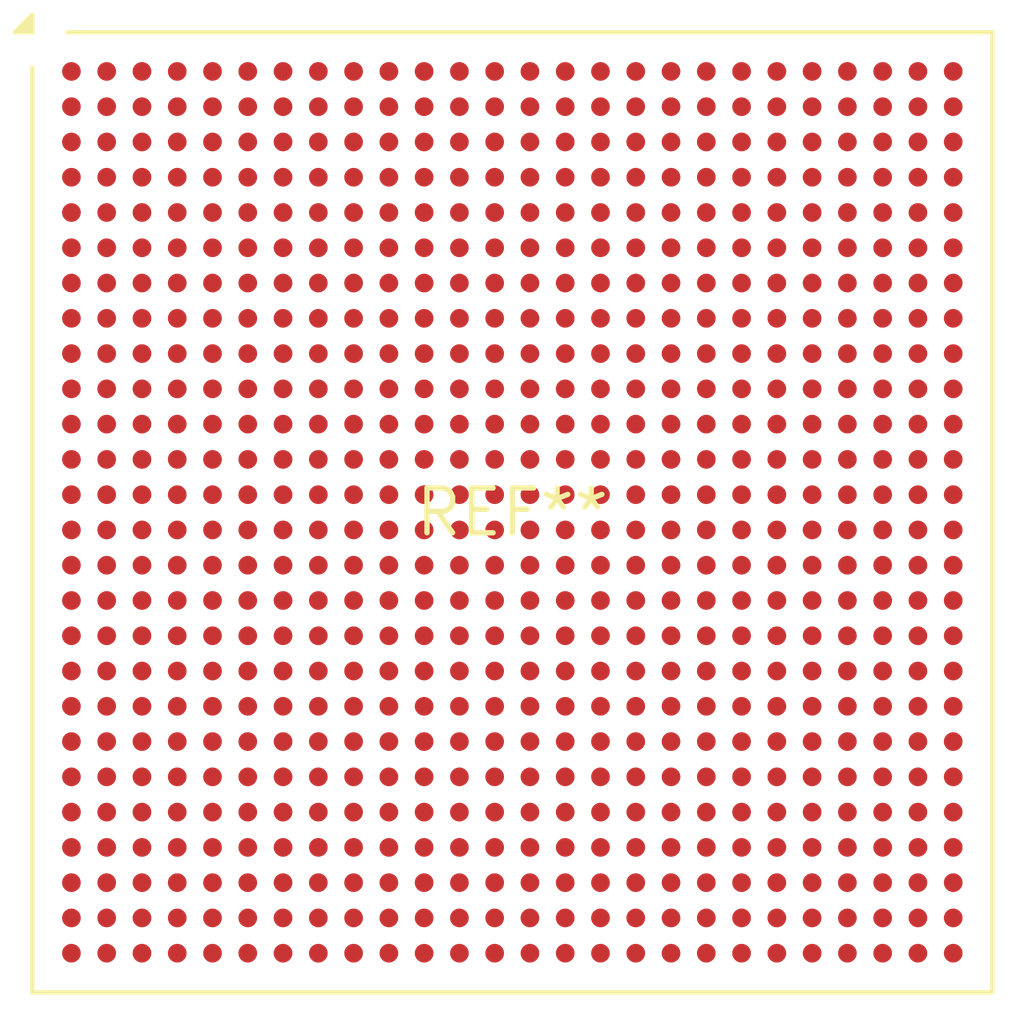
<source format=kicad_pcb>
(kicad_pcb (version 20240108) (generator pcbnew)
  (layers (0 "F.Cu" signal) (31 "B.Cu" signal) (34 "B.Paste" user) (35 "F.Paste" user) (36 "B.SilkS" user "B.Silkscreen") (37 "F.SilkS" user "F.Silkscreen") (38 "B.Mask" user) (39 "F.Mask" user) (44 "Edge.Cuts" user))
  (net 0 "")
  (footprint "Xilinx_RF676" (layer "F.Cu") (at 0 0)
    (property "Reference" "REF**")
    (property "Value" "Xilinx_RF676")
    (pad "A1" smd circle (at -12.5 -12.5) (size 0.53 0.53) (property pad_prop_bga) (layers "F.Cu" "F.Paste" "F.Mask"))
    (pad "A2" smd circle (at -11.5 -12.5) (size 0.53 0.53) (property pad_prop_bga) (layers "F.Cu" "F.Paste" "F.Mask"))
    (pad "A3" smd circle (at -10.5 -12.5) (size 0.53 0.53) (property pad_prop_bga) (layers "F.Cu" "F.Paste" "F.Mask"))
    (pad "A4" smd circle (at -9.5 -12.5) (size 0.53 0.53) (property pad_prop_bga) (layers "F.Cu" "F.Paste" "F.Mask"))
    (pad "A5" smd circle (at -8.5 -12.5) (size 0.53 0.53) (property pad_prop_bga) (layers "F.Cu" "F.Paste" "F.Mask"))
    (pad "A6" smd circle (at -7.5 -12.5) (size 0.53 0.53) (property pad_prop_bga) (layers "F.Cu" "F.Paste" "F.Mask"))
    (pad "A7" smd circle (at -6.5 -12.5) (size 0.53 0.53) (property pad_prop_bga) (layers "F.Cu" "F.Paste" "F.Mask"))
    (pad "A8" smd circle (at -5.5 -12.5) (size 0.53 0.53) (property pad_prop_bga) (layers "F.Cu" "F.Paste" "F.Mask"))
    (pad "A9" smd circle (at -4.5 -12.5) (size 0.53 0.53) (property pad_prop_bga) (layers "F.Cu" "F.Paste" "F.Mask"))
    (pad "A10" smd circle (at -3.5 -12.5) (size 0.53 0.53) (property pad_prop_bga) (layers "F.Cu" "F.Paste" "F.Mask"))
    (pad "A11" smd circle (at -2.5 -12.5) (size 0.53 0.53) (property pad_prop_bga) (layers "F.Cu" "F.Paste" "F.Mask"))
    (pad "A12" smd circle (at -1.5 -12.5) (size 0.53 0.53) (property pad_prop_bga) (layers "F.Cu" "F.Paste" "F.Mask"))
    (pad "A13" smd circle (at -0.5 -12.5) (size 0.53 0.53) (property pad_prop_bga) (layers "F.Cu" "F.Paste" "F.Mask"))
    (pad "A14" smd circle (at 0.5 -12.5) (size 0.53 0.53) (property pad_prop_bga) (layers "F.Cu" "F.Paste" "F.Mask"))
    (pad "A15" smd circle (at 1.5 -12.5) (size 0.53 0.53) (property pad_prop_bga) (layers "F.Cu" "F.Paste" "F.Mask"))
    (pad "A16" smd circle (at 2.5 -12.5) (size 0.53 0.53) (property pad_prop_bga) (layers "F.Cu" "F.Paste" "F.Mask"))
    (pad "A17" smd circle (at 3.5 -12.5) (size 0.53 0.53) (property pad_prop_bga) (layers "F.Cu" "F.Paste" "F.Mask"))
    (pad "A18" smd circle (at 4.5 -12.5) (size 0.53 0.53) (property pad_prop_bga) (layers "F.Cu" "F.Paste" "F.Mask"))
    (pad "A19" smd circle (at 5.5 -12.5) (size 0.53 0.53) (property pad_prop_bga) (layers "F.Cu" "F.Paste" "F.Mask"))
    (pad "A20" smd circle (at 6.5 -12.5) (size 0.53 0.53) (property pad_prop_bga) (layers "F.Cu" "F.Paste" "F.Mask"))
    (pad "A21" smd circle (at 7.5 -12.5) (size 0.53 0.53) (property pad_prop_bga) (layers "F.Cu" "F.Paste" "F.Mask"))
    (pad "A22" smd circle (at 8.5 -12.5) (size 0.53 0.53) (property pad_prop_bga) (layers "F.Cu" "F.Paste" "F.Mask"))
    (pad "A23" smd circle (at 9.5 -12.5) (size 0.53 0.53) (property pad_prop_bga) (layers "F.Cu" "F.Paste" "F.Mask"))
    (pad "A24" smd circle (at 10.5 -12.5) (size 0.53 0.53) (property pad_prop_bga) (layers "F.Cu" "F.Paste" "F.Mask"))
    (pad "A25" smd circle (at 11.5 -12.5) (size 0.53 0.53) (property pad_prop_bga) (layers "F.Cu" "F.Paste" "F.Mask"))
    (pad "A26" smd circle (at 12.5 -12.5) (size 0.53 0.53) (property pad_prop_bga) (layers "F.Cu" "F.Paste" "F.Mask"))
    (pad "AA1" smd circle (at -12.5 7.5) (size 0.53 0.53) (property pad_prop_bga) (layers "F.Cu" "F.Paste" "F.Mask"))
    (pad "AA2" smd circle (at -11.5 7.5) (size 0.53 0.53) (property pad_prop_bga) (layers "F.Cu" "F.Paste" "F.Mask"))
    (pad "AA3" smd circle (at -10.5 7.5) (size 0.53 0.53) (property pad_prop_bga) (layers "F.Cu" "F.Paste" "F.Mask"))
    (pad "AA4" smd circle (at -9.5 7.5) (size 0.53 0.53) (property pad_prop_bga) (layers "F.Cu" "F.Paste" "F.Mask"))
    (pad "AA5" smd circle (at -8.5 7.5) (size 0.53 0.53) (property pad_prop_bga) (layers "F.Cu" "F.Paste" "F.Mask"))
    (pad "AA6" smd circle (at -7.5 7.5) (size 0.53 0.53) (property pad_prop_bga) (layers "F.Cu" "F.Paste" "F.Mask"))
    (pad "AA7" smd circle (at -6.5 7.5) (size 0.53 0.53) (property pad_prop_bga) (layers "F.Cu" "F.Paste" "F.Mask"))
    (pad "AA8" smd circle (at -5.5 7.5) (size 0.53 0.53) (property pad_prop_bga) (layers "F.Cu" "F.Paste" "F.Mask"))
    (pad "AA9" smd circle (at -4.5 7.5) (size 0.53 0.53) (property pad_prop_bga) (layers "F.Cu" "F.Paste" "F.Mask"))
    (pad "AA10" smd circle (at -3.5 7.5) (size 0.53 0.53) (property pad_prop_bga) (layers "F.Cu" "F.Paste" "F.Mask"))
    (pad "AA11" smd circle (at -2.5 7.5) (size 0.53 0.53) (property pad_prop_bga) (layers "F.Cu" "F.Paste" "F.Mask"))
    (pad "AA12" smd circle (at -1.5 7.5) (size 0.53 0.53) (property pad_prop_bga) (layers "F.Cu" "F.Paste" "F.Mask"))
    (pad "AA13" smd circle (at -0.5 7.5) (size 0.53 0.53) (property pad_prop_bga) (layers "F.Cu" "F.Paste" "F.Mask"))
    (pad "AA14" smd circle (at 0.5 7.5) (size 0.53 0.53) (property pad_prop_bga) (layers "F.Cu" "F.Paste" "F.Mask"))
    (pad "AA15" smd circle (at 1.5 7.5) (size 0.53 0.53) (property pad_prop_bga) (layers "F.Cu" "F.Paste" "F.Mask"))
    (pad "AA16" smd circle (at 2.5 7.5) (size 0.53 0.53) (property pad_prop_bga) (layers "F.Cu" "F.Paste" "F.Mask"))
    (pad "AA17" smd circle (at 3.5 7.5) (size 0.53 0.53) (property pad_prop_bga) (layers "F.Cu" "F.Paste" "F.Mask"))
    (pad "AA18" smd circle (at 4.5 7.5) (size 0.53 0.53) (property pad_prop_bga) (layers "F.Cu" "F.Paste" "F.Mask"))
    (pad "AA19" smd circle (at 5.5 7.5) (size 0.53 0.53) (property pad_prop_bga) (layers "F.Cu" "F.Paste" "F.Mask"))
    (pad "AA20" smd circle (at 6.5 7.5) (size 0.53 0.53) (property pad_prop_bga) (layers "F.Cu" "F.Paste" "F.Mask"))
    (pad "AA21" smd circle (at 7.5 7.5) (size 0.53 0.53) (property pad_prop_bga) (layers "F.Cu" "F.Paste" "F.Mask"))
    (pad "AA22" smd circle (at 8.5 7.5) (size 0.53 0.53) (property pad_prop_bga) (layers "F.Cu" "F.Paste" "F.Mask"))
    (pad "AA23" smd circle (at 9.5 7.5) (size 0.53 0.53) (property pad_prop_bga) (layers "F.Cu" "F.Paste" "F.Mask"))
    (pad "AA24" smd circle (at 10.5 7.5) (size 0.53 0.53) (property pad_prop_bga) (layers "F.Cu" "F.Paste" "F.Mask"))
    (pad "AA25" smd circle (at 11.5 7.5) (size 0.53 0.53) (property pad_prop_bga) (layers "F.Cu" "F.Paste" "F.Mask"))
    (pad "AA26" smd circle (at 12.5 7.5) (size 0.53 0.53) (property pad_prop_bga) (layers "F.Cu" "F.Paste" "F.Mask"))
    (pad "AB1" smd circle (at -12.5 8.5) (size 0.53 0.53) (property pad_prop_bga) (layers "F.Cu" "F.Paste" "F.Mask"))
    (pad "AB2" smd circle (at -11.5 8.5) (size 0.53 0.53) (property pad_prop_bga) (layers "F.Cu" "F.Paste" "F.Mask"))
    (pad "AB3" smd circle (at -10.5 8.5) (size 0.53 0.53) (property pad_prop_bga) (layers "F.Cu" "F.Paste" "F.Mask"))
    (pad "AB4" smd circle (at -9.5 8.5) (size 0.53 0.53) (property pad_prop_bga) (layers "F.Cu" "F.Paste" "F.Mask"))
    (pad "AB5" smd circle (at -8.5 8.5) (size 0.53 0.53) (property pad_prop_bga) (layers "F.Cu" "F.Paste" "F.Mask"))
    (pad "AB6" smd circle (at -7.5 8.5) (size 0.53 0.53) (property pad_prop_bga) (layers "F.Cu" "F.Paste" "F.Mask"))
    (pad "AB7" smd circle (at -6.5 8.5) (size 0.53 0.53) (property pad_prop_bga) (layers "F.Cu" "F.Paste" "F.Mask"))
    (pad "AB8" smd circle (at -5.5 8.5) (size 0.53 0.53) (property pad_prop_bga) (layers "F.Cu" "F.Paste" "F.Mask"))
    (pad "AB9" smd circle (at -4.5 8.5) (size 0.53 0.53) (property pad_prop_bga) (layers "F.Cu" "F.Paste" "F.Mask"))
    (pad "AB10" smd circle (at -3.5 8.5) (size 0.53 0.53) (property pad_prop_bga) (layers "F.Cu" "F.Paste" "F.Mask"))
    (pad "AB11" smd circle (at -2.5 8.5) (size 0.53 0.53) (property pad_prop_bga) (layers "F.Cu" "F.Paste" "F.Mask"))
    (pad "AB12" smd circle (at -1.5 8.5) (size 0.53 0.53) (property pad_prop_bga) (layers "F.Cu" "F.Paste" "F.Mask"))
    (pad "AB13" smd circle (at -0.5 8.5) (size 0.53 0.53) (property pad_prop_bga) (layers "F.Cu" "F.Paste" "F.Mask"))
    (pad "AB14" smd circle (at 0.5 8.5) (size 0.53 0.53) (property pad_prop_bga) (layers "F.Cu" "F.Paste" "F.Mask"))
    (pad "AB15" smd circle (at 1.5 8.5) (size 0.53 0.53) (property pad_prop_bga) (layers "F.Cu" "F.Paste" "F.Mask"))
    (pad "AB16" smd circle (at 2.5 8.5) (size 0.53 0.53) (property pad_prop_bga) (layers "F.Cu" "F.Paste" "F.Mask"))
    (pad "AB17" smd circle (at 3.5 8.5) (size 0.53 0.53) (property pad_prop_bga) (layers "F.Cu" "F.Paste" "F.Mask"))
    (pad "AB18" smd circle (at 4.5 8.5) (size 0.53 0.53) (property pad_prop_bga) (layers "F.Cu" "F.Paste" "F.Mask"))
    (pad "AB19" smd circle (at 5.5 8.5) (size 0.53 0.53) (property pad_prop_bga) (layers "F.Cu" "F.Paste" "F.Mask"))
    (pad "AB20" smd circle (at 6.5 8.5) (size 0.53 0.53) (property pad_prop_bga) (layers "F.Cu" "F.Paste" "F.Mask"))
    (pad "AB21" smd circle (at 7.5 8.5) (size 0.53 0.53) (property pad_prop_bga) (layers "F.Cu" "F.Paste" "F.Mask"))
    (pad "AB22" smd circle (at 8.5 8.5) (size 0.53 0.53) (property pad_prop_bga) (layers "F.Cu" "F.Paste" "F.Mask"))
    (pad "AB23" smd circle (at 9.5 8.5) (size 0.53 0.53) (property pad_prop_bga) (layers "F.Cu" "F.Paste" "F.Mask"))
    (pad "AB24" smd circle (at 10.5 8.5) (size 0.53 0.53) (property pad_prop_bga) (layers "F.Cu" "F.Paste" "F.Mask"))
    (pad "AB25" smd circle (at 11.5 8.5) (size 0.53 0.53) (property pad_prop_bga) (layers "F.Cu" "F.Paste" "F.Mask"))
    (pad "AB26" smd circle (at 12.5 8.5) (size 0.53 0.53) (property pad_prop_bga) (layers "F.Cu" "F.Paste" "F.Mask"))
    (pad "AC1" smd circle (at -12.5 9.5) (size 0.53 0.53) (property pad_prop_bga) (layers "F.Cu" "F.Paste" "F.Mask"))
    (pad "AC2" smd circle (at -11.5 9.5) (size 0.53 0.53) (property pad_prop_bga) (layers "F.Cu" "F.Paste" "F.Mask"))
    (pad "AC3" smd circle (at -10.5 9.5) (size 0.53 0.53) (property pad_prop_bga) (layers "F.Cu" "F.Paste" "F.Mask"))
    (pad "AC4" smd circle (at -9.5 9.5) (size 0.53 0.53) (property pad_prop_bga) (layers "F.Cu" "F.Paste" "F.Mask"))
    (pad "AC5" smd circle (at -8.5 9.5) (size 0.53 0.53) (property pad_prop_bga) (layers "F.Cu" "F.Paste" "F.Mask"))
    (pad "AC6" smd circle (at -7.5 9.5) (size 0.53 0.53) (property pad_prop_bga) (layers "F.Cu" "F.Paste" "F.Mask"))
    (pad "AC7" smd circle (at -6.5 9.5) (size 0.53 0.53) (property pad_prop_bga) (layers "F.Cu" "F.Paste" "F.Mask"))
    (pad "AC8" smd circle (at -5.5 9.5) (size 0.53 0.53) (property pad_prop_bga) (layers "F.Cu" "F.Paste" "F.Mask"))
    (pad "AC9" smd circle (at -4.5 9.5) (size 0.53 0.53) (property pad_prop_bga) (layers "F.Cu" "F.Paste" "F.Mask"))
    (pad "AC10" smd circle (at -3.5 9.5) (size 0.53 0.53) (property pad_prop_bga) (layers "F.Cu" "F.Paste" "F.Mask"))
    (pad "AC11" smd circle (at -2.5 9.5) (size 0.53 0.53) (property pad_prop_bga) (layers "F.Cu" "F.Paste" "F.Mask"))
    (pad "AC12" smd circle (at -1.5 9.5) (size 0.53 0.53) (property pad_prop_bga) (layers "F.Cu" "F.Paste" "F.Mask"))
    (pad "AC13" smd circle (at -0.5 9.5) (size 0.53 0.53) (property pad_prop_bga) (layers "F.Cu" "F.Paste" "F.Mask"))
    (pad "AC14" smd circle (at 0.5 9.5) (size 0.53 0.53) (property pad_prop_bga) (layers "F.Cu" "F.Paste" "F.Mask"))
    (pad "AC15" smd circle (at 1.5 9.5) (size 0.53 0.53) (property pad_prop_bga) (layers "F.Cu" "F.Paste" "F.Mask"))
    (pad "AC16" smd circle (at 2.5 9.5) (size 0.53 0.53) (property pad_prop_bga) (layers "F.Cu" "F.Paste" "F.Mask"))
    (pad "AC17" smd circle (at 3.5 9.5) (size 0.53 0.53) (property pad_prop_bga) (layers "F.Cu" "F.Paste" "F.Mask"))
    (pad "AC18" smd circle (at 4.5 9.5) (size 0.53 0.53) (property pad_prop_bga) (layers "F.Cu" "F.Paste" "F.Mask"))
    (pad "AC19" smd circle (at 5.5 9.5) (size 0.53 0.53) (property pad_prop_bga) (layers "F.Cu" "F.Paste" "F.Mask"))
    (pad "AC20" smd circle (at 6.5 9.5) (size 0.53 0.53) (property pad_prop_bga) (layers "F.Cu" "F.Paste" "F.Mask"))
    (pad "AC21" smd circle (at 7.5 9.5) (size 0.53 0.53) (property pad_prop_bga) (layers "F.Cu" "F.Paste" "F.Mask"))
    (pad "AC22" smd circle (at 8.5 9.5) (size 0.53 0.53) (property pad_prop_bga) (layers "F.Cu" "F.Paste" "F.Mask"))
    (pad "AC23" smd circle (at 9.5 9.5) (size 0.53 0.53) (property pad_prop_bga) (layers "F.Cu" "F.Paste" "F.Mask"))
    (pad "AC24" smd circle (at 10.5 9.5) (size 0.53 0.53) (property pad_prop_bga) (layers "F.Cu" "F.Paste" "F.Mask"))
    (pad "AC25" smd circle (at 11.5 9.5) (size 0.53 0.53) (property pad_prop_bga) (layers "F.Cu" "F.Paste" "F.Mask"))
    (pad "AC26" smd circle (at 12.5 9.5) (size 0.53 0.53) (property pad_prop_bga) (layers "F.Cu" "F.Paste" "F.Mask"))
    (pad "AD1" smd circle (at -12.5 10.5) (size 0.53 0.53) (property pad_prop_bga) (layers "F.Cu" "F.Paste" "F.Mask"))
    (pad "AD2" smd circle (at -11.5 10.5) (size 0.53 0.53) (property pad_prop_bga) (layers "F.Cu" "F.Paste" "F.Mask"))
    (pad "AD3" smd circle (at -10.5 10.5) (size 0.53 0.53) (property pad_prop_bga) (layers "F.Cu" "F.Paste" "F.Mask"))
    (pad "AD4" smd circle (at -9.5 10.5) (size 0.53 0.53) (property pad_prop_bga) (layers "F.Cu" "F.Paste" "F.Mask"))
    (pad "AD5" smd circle (at -8.5 10.5) (size 0.53 0.53) (property pad_prop_bga) (layers "F.Cu" "F.Paste" "F.Mask"))
    (pad "AD6" smd circle (at -7.5 10.5) (size 0.53 0.53) (property pad_prop_bga) (layers "F.Cu" "F.Paste" "F.Mask"))
    (pad "AD7" smd circle (at -6.5 10.5) (size 0.53 0.53) (property pad_prop_bga) (layers "F.Cu" "F.Paste" "F.Mask"))
    (pad "AD8" smd circle (at -5.5 10.5) (size 0.53 0.53) (property pad_prop_bga) (layers "F.Cu" "F.Paste" "F.Mask"))
    (pad "AD9" smd circle (at -4.5 10.5) (size 0.53 0.53) (property pad_prop_bga) (layers "F.Cu" "F.Paste" "F.Mask"))
    (pad "AD10" smd circle (at -3.5 10.5) (size 0.53 0.53) (property pad_prop_bga) (layers "F.Cu" "F.Paste" "F.Mask"))
    (pad "AD11" smd circle (at -2.5 10.5) (size 0.53 0.53) (property pad_prop_bga) (layers "F.Cu" "F.Paste" "F.Mask"))
    (pad "AD12" smd circle (at -1.5 10.5) (size 0.53 0.53) (property pad_prop_bga) (layers "F.Cu" "F.Paste" "F.Mask"))
    (pad "AD13" smd circle (at -0.5 10.5) (size 0.53 0.53) (property pad_prop_bga) (layers "F.Cu" "F.Paste" "F.Mask"))
    (pad "AD14" smd circle (at 0.5 10.5) (size 0.53 0.53) (property pad_prop_bga) (layers "F.Cu" "F.Paste" "F.Mask"))
    (pad "AD15" smd circle (at 1.5 10.5) (size 0.53 0.53) (property pad_prop_bga) (layers "F.Cu" "F.Paste" "F.Mask"))
    (pad "AD16" smd circle (at 2.5 10.5) (size 0.53 0.53) (property pad_prop_bga) (layers "F.Cu" "F.Paste" "F.Mask"))
    (pad "AD17" smd circle (at 3.5 10.5) (size 0.53 0.53) (property pad_prop_bga) (layers "F.Cu" "F.Paste" "F.Mask"))
    (pad "AD18" smd circle (at 4.5 10.5) (size 0.53 0.53) (property pad_prop_bga) (layers "F.Cu" "F.Paste" "F.Mask"))
    (pad "AD19" smd circle (at 5.5 10.5) (size 0.53 0.53) (property pad_prop_bga) (layers "F.Cu" "F.Paste" "F.Mask"))
    (pad "AD20" smd circle (at 6.5 10.5) (size 0.53 0.53) (property pad_prop_bga) (layers "F.Cu" "F.Paste" "F.Mask"))
    (pad "AD21" smd circle (at 7.5 10.5) (size 0.53 0.53) (property pad_prop_bga) (layers "F.Cu" "F.Paste" "F.Mask"))
    (pad "AD22" smd circle (at 8.5 10.5) (size 0.53 0.53) (property pad_prop_bga) (layers "F.Cu" "F.Paste" "F.Mask"))
    (pad "AD23" smd circle (at 9.5 10.5) (size 0.53 0.53) (property pad_prop_bga) (layers "F.Cu" "F.Paste" "F.Mask"))
    (pad "AD24" smd circle (at 10.5 10.5) (size 0.53 0.53) (property pad_prop_bga) (layers "F.Cu" "F.Paste" "F.Mask"))
    (pad "AD25" smd circle (at 11.5 10.5) (size 0.53 0.53) (property pad_prop_bga) (layers "F.Cu" "F.Paste" "F.Mask"))
    (pad "AD26" smd circle (at 12.5 10.5) (size 0.53 0.53) (property pad_prop_bga) (layers "F.Cu" "F.Paste" "F.Mask"))
    (pad "AE1" smd circle (at -12.5 11.5) (size 0.53 0.53) (property pad_prop_bga) (layers "F.Cu" "F.Paste" "F.Mask"))
    (pad "AE2" smd circle (at -11.5 11.5) (size 0.53 0.53) (property pad_prop_bga) (layers "F.Cu" "F.Paste" "F.Mask"))
    (pad "AE3" smd circle (at -10.5 11.5) (size 0.53 0.53) (property pad_prop_bga) (layers "F.Cu" "F.Paste" "F.Mask"))
    (pad "AE4" smd circle (at -9.5 11.5) (size 0.53 0.53) (property pad_prop_bga) (layers "F.Cu" "F.Paste" "F.Mask"))
    (pad "AE5" smd circle (at -8.5 11.5) (size 0.53 0.53) (property pad_prop_bga) (layers "F.Cu" "F.Paste" "F.Mask"))
    (pad "AE6" smd circle (at -7.5 11.5) (size 0.53 0.53) (property pad_prop_bga) (layers "F.Cu" "F.Paste" "F.Mask"))
    (pad "AE7" smd circle (at -6.5 11.5) (size 0.53 0.53) (property pad_prop_bga) (layers "F.Cu" "F.Paste" "F.Mask"))
    (pad "AE8" smd circle (at -5.5 11.5) (size 0.53 0.53) (property pad_prop_bga) (layers "F.Cu" "F.Paste" "F.Mask"))
    (pad "AE9" smd circle (at -4.5 11.5) (size 0.53 0.53) (property pad_prop_bga) (layers "F.Cu" "F.Paste" "F.Mask"))
    (pad "AE10" smd circle (at -3.5 11.5) (size 0.53 0.53) (property pad_prop_bga) (layers "F.Cu" "F.Paste" "F.Mask"))
    (pad "AE11" smd circle (at -2.5 11.5) (size 0.53 0.53) (property pad_prop_bga) (layers "F.Cu" "F.Paste" "F.Mask"))
    (pad "AE12" smd circle (at -1.5 11.5) (size 0.53 0.53) (property pad_prop_bga) (layers "F.Cu" "F.Paste" "F.Mask"))
    (pad "AE13" smd circle (at -0.5 11.5) (size 0.53 0.53) (property pad_prop_bga) (layers "F.Cu" "F.Paste" "F.Mask"))
    (pad "AE14" smd circle (at 0.5 11.5) (size 0.53 0.53) (property pad_prop_bga) (layers "F.Cu" "F.Paste" "F.Mask"))
    (pad "AE15" smd circle (at 1.5 11.5) (size 0.53 0.53) (property pad_prop_bga) (layers "F.Cu" "F.Paste" "F.Mask"))
    (pad "AE16" smd circle (at 2.5 11.5) (size 0.53 0.53) (property pad_prop_bga) (layers "F.Cu" "F.Paste" "F.Mask"))
    (pad "AE17" smd circle (at 3.5 11.5) (size 0.53 0.53) (property pad_prop_bga) (layers "F.Cu" "F.Paste" "F.Mask"))
    (pad "AE18" smd circle (at 4.5 11.5) (size 0.53 0.53) (property pad_prop_bga) (layers "F.Cu" "F.Paste" "F.Mask"))
    (pad "AE19" smd circle (at 5.5 11.5) (size 0.53 0.53) (property pad_prop_bga) (layers "F.Cu" "F.Paste" "F.Mask"))
    (pad "AE20" smd circle (at 6.5 11.5) (size 0.53 0.53) (property pad_prop_bga) (layers "F.Cu" "F.Paste" "F.Mask"))
    (pad "AE21" smd circle (at 7.5 11.5) (size 0.53 0.53) (property pad_prop_bga) (layers "F.Cu" "F.Paste" "F.Mask"))
    (pad "AE22" smd circle (at 8.5 11.5) (size 0.53 0.53) (property pad_prop_bga) (layers "F.Cu" "F.Paste" "F.Mask"))
    (pad "AE23" smd circle (at 9.5 11.5) (size 0.53 0.53) (property pad_prop_bga) (layers "F.Cu" "F.Paste" "F.Mask"))
    (pad "AE24" smd circle (at 10.5 11.5) (size 0.53 0.53) (property pad_prop_bga) (layers "F.Cu" "F.Paste" "F.Mask"))
    (pad "AE25" smd circle (at 11.5 11.5) (size 0.53 0.53) (property pad_prop_bga) (layers "F.Cu" "F.Paste" "F.Mask"))
    (pad "AE26" smd circle (at 12.5 11.5) (size 0.53 0.53) (property pad_prop_bga) (layers "F.Cu" "F.Paste" "F.Mask"))
    (pad "AF1" smd circle (at -12.5 12.5) (size 0.53 0.53) (property pad_prop_bga) (layers "F.Cu" "F.Paste" "F.Mask"))
    (pad "AF2" smd circle (at -11.5 12.5) (size 0.53 0.53) (property pad_prop_bga) (layers "F.Cu" "F.Paste" "F.Mask"))
    (pad "AF3" smd circle (at -10.5 12.5) (size 0.53 0.53) (property pad_prop_bga) (layers "F.Cu" "F.Paste" "F.Mask"))
    (pad "AF4" smd circle (at -9.5 12.5) (size 0.53 0.53) (property pad_prop_bga) (layers "F.Cu" "F.Paste" "F.Mask"))
    (pad "AF5" smd circle (at -8.5 12.5) (size 0.53 0.53) (property pad_prop_bga) (layers "F.Cu" "F.Paste" "F.Mask"))
    (pad "AF6" smd circle (at -7.5 12.5) (size 0.53 0.53) (property pad_prop_bga) (layers "F.Cu" "F.Paste" "F.Mask"))
    (pad "AF7" smd circle (at -6.5 12.5) (size 0.53 0.53) (property pad_prop_bga) (layers "F.Cu" "F.Paste" "F.Mask"))
    (pad "AF8" smd circle (at -5.5 12.5) (size 0.53 0.53) (property pad_prop_bga) (layers "F.Cu" "F.Paste" "F.Mask"))
    (pad "AF9" smd circle (at -4.5 12.5) (size 0.53 0.53) (property pad_prop_bga) (layers "F.Cu" "F.Paste" "F.Mask"))
    (pad "AF10" smd circle (at -3.5 12.5) (size 0.53 0.53) (property pad_prop_bga) (layers "F.Cu" "F.Paste" "F.Mask"))
    (pad "AF11" smd circle (at -2.5 12.5) (size 0.53 0.53) (property pad_prop_bga) (layers "F.Cu" "F.Paste" "F.Mask"))
    (pad "AF12" smd circle (at -1.5 12.5) (size 0.53 0.53) (property pad_prop_bga) (layers "F.Cu" "F.Paste" "F.Mask"))
    (pad "AF13" smd circle (at -0.5 12.5) (size 0.53 0.53) (property pad_prop_bga) (layers "F.Cu" "F.Paste" "F.Mask"))
    (pad "AF14" smd circle (at 0.5 12.5) (size 0.53 0.53) (property pad_prop_bga) (layers "F.Cu" "F.Paste" "F.Mask"))
    (pad "AF15" smd circle (at 1.5 12.5) (size 0.53 0.53) (property pad_prop_bga) (layers "F.Cu" "F.Paste" "F.Mask"))
    (pad "AF16" smd circle (at 2.5 12.5) (size 0.53 0.53) (property pad_prop_bga) (layers "F.Cu" "F.Paste" "F.Mask"))
    (pad "AF17" smd circle (at 3.5 12.5) (size 0.53 0.53) (property pad_prop_bga) (layers "F.Cu" "F.Paste" "F.Mask"))
    (pad "AF18" smd circle (at 4.5 12.5) (size 0.53 0.53) (property pad_prop_bga) (layers "F.Cu" "F.Paste" "F.Mask"))
    (pad "AF19" smd circle (at 5.5 12.5) (size 0.53 0.53) (property pad_prop_bga) (layers "F.Cu" "F.Paste" "F.Mask"))
    (pad "AF20" smd circle (at 6.5 12.5) (size 0.53 0.53) (property pad_prop_bga) (layers "F.Cu" "F.Paste" "F.Mask"))
    (pad "AF21" smd circle (at 7.5 12.5) (size 0.53 0.53) (property pad_prop_bga) (layers "F.Cu" "F.Paste" "F.Mask"))
    (pad "AF22" smd circle (at 8.5 12.5) (size 0.53 0.53) (property pad_prop_bga) (layers "F.Cu" "F.Paste" "F.Mask"))
    (pad "AF23" smd circle (at 9.5 12.5) (size 0.53 0.53) (property pad_prop_bga) (layers "F.Cu" "F.Paste" "F.Mask"))
    (pad "AF24" smd circle (at 10.5 12.5) (size 0.53 0.53) (property pad_prop_bga) (layers "F.Cu" "F.Paste" "F.Mask"))
    (pad "AF25" smd circle (at 11.5 12.5) (size 0.53 0.53) (property pad_prop_bga) (layers "F.Cu" "F.Paste" "F.Mask"))
    (pad "AF26" smd circle (at 12.5 12.5) (size 0.53 0.53) (property pad_prop_bga) (layers "F.Cu" "F.Paste" "F.Mask"))
    (pad "B1" smd circle (at -12.5 -11.5) (size 0.53 0.53) (property pad_prop_bga) (layers "F.Cu" "F.Paste" "F.Mask"))
    (pad "B2" smd circle (at -11.5 -11.5) (size 0.53 0.53) (property pad_prop_bga) (layers "F.Cu" "F.Paste" "F.Mask"))
    (pad "B3" smd circle (at -10.5 -11.5) (size 0.53 0.53) (property pad_prop_bga) (layers "F.Cu" "F.Paste" "F.Mask"))
    (pad "B4" smd circle (at -9.5 -11.5) (size 0.53 0.53) (property pad_prop_bga) (layers "F.Cu" "F.Paste" "F.Mask"))
    (pad "B5" smd circle (at -8.5 -11.5) (size 0.53 0.53) (property pad_prop_bga) (layers "F.Cu" "F.Paste" "F.Mask"))
    (pad "B6" smd circle (at -7.5 -11.5) (size 0.53 0.53) (property pad_prop_bga) (layers "F.Cu" "F.Paste" "F.Mask"))
    (pad "B7" smd circle (at -6.5 -11.5) (size 0.53 0.53) (property pad_prop_bga) (layers "F.Cu" "F.Paste" "F.Mask"))
    (pad "B8" smd circle (at -5.5 -11.5) (size 0.53 0.53) (property pad_prop_bga) (layers "F.Cu" "F.Paste" "F.Mask"))
    (pad "B9" smd circle (at -4.5 -11.5) (size 0.53 0.53) (property pad_prop_bga) (layers "F.Cu" "F.Paste" "F.Mask"))
    (pad "B10" smd circle (at -3.5 -11.5) (size 0.53 0.53) (property pad_prop_bga) (layers "F.Cu" "F.Paste" "F.Mask"))
    (pad "B11" smd circle (at -2.5 -11.5) (size 0.53 0.53) (property pad_prop_bga) (layers "F.Cu" "F.Paste" "F.Mask"))
    (pad "B12" smd circle (at -1.5 -11.5) (size 0.53 0.53) (property pad_prop_bga) (layers "F.Cu" "F.Paste" "F.Mask"))
    (pad "B13" smd circle (at -0.5 -11.5) (size 0.53 0.53) (property pad_prop_bga) (layers "F.Cu" "F.Paste" "F.Mask"))
    (pad "B14" smd circle (at 0.5 -11.5) (size 0.53 0.53) (property pad_prop_bga) (layers "F.Cu" "F.Paste" "F.Mask"))
    (pad "B15" smd circle (at 1.5 -11.5) (size 0.53 0.53) (property pad_prop_bga) (layers "F.Cu" "F.Paste" "F.Mask"))
    (pad "B16" smd circle (at 2.5 -11.5) (size 0.53 0.53) (property pad_prop_bga) (layers "F.Cu" "F.Paste" "F.Mask"))
    (pad "B17" smd circle (at 3.5 -11.5) (size 0.53 0.53) (property pad_prop_bga) (layers "F.Cu" "F.Paste" "F.Mask"))
    (pad "B18" smd circle (at 4.5 -11.5) (size 0.53 0.53) (property pad_prop_bga) (layers "F.Cu" "F.Paste" "F.Mask"))
    (pad "B19" smd circle (at 5.5 -11.5) (size 0.53 0.53) (property pad_prop_bga) (layers "F.Cu" "F.Paste" "F.Mask"))
    (pad "B20" smd circle (at 6.5 -11.5) (size 0.53 0.53) (property pad_prop_bga) (layers "F.Cu" "F.Paste" "F.Mask"))
    (pad "B21" smd circle (at 7.5 -11.5) (size 0.53 0.53) (property pad_prop_bga) (layers "F.Cu" "F.Paste" "F.Mask"))
    (pad "B22" smd circle (at 8.5 -11.5) (size 0.53 0.53) (property pad_prop_bga) (layers "F.Cu" "F.Paste" "F.Mask"))
    (pad "B23" smd circle (at 9.5 -11.5) (size 0.53 0.53) (property pad_prop_bga) (layers "F.Cu" "F.Paste" "F.Mask"))
    (pad "B24" smd circle (at 10.5 -11.5) (size 0.53 0.53) (property pad_prop_bga) (layers "F.Cu" "F.Paste" "F.Mask"))
    (pad "B25" smd circle (at 11.5 -11.5) (size 0.53 0.53) (property pad_prop_bga) (layers "F.Cu" "F.Paste" "F.Mask"))
    (pad "B26" smd circle (at 12.5 -11.5) (size 0.53 0.53) (property pad_prop_bga) (layers "F.Cu" "F.Paste" "F.Mask"))
    (pad "C1" smd circle (at -12.5 -10.5) (size 0.53 0.53) (property pad_prop_bga) (layers "F.Cu" "F.Paste" "F.Mask"))
    (pad "C2" smd circle (at -11.5 -10.5) (size 0.53 0.53) (property pad_prop_bga) (layers "F.Cu" "F.Paste" "F.Mask"))
    (pad "C3" smd circle (at -10.5 -10.5) (size 0.53 0.53) (property pad_prop_bga) (layers "F.Cu" "F.Paste" "F.Mask"))
    (pad "C4" smd circle (at -9.5 -10.5) (size 0.53 0.53) (property pad_prop_bga) (layers "F.Cu" "F.Paste" "F.Mask"))
    (pad "C5" smd circle (at -8.5 -10.5) (size 0.53 0.53) (property pad_prop_bga) (layers "F.Cu" "F.Paste" "F.Mask"))
    (pad "C6" smd circle (at -7.5 -10.5) (size 0.53 0.53) (property pad_prop_bga) (layers "F.Cu" "F.Paste" "F.Mask"))
    (pad "C7" smd circle (at -6.5 -10.5) (size 0.53 0.53) (property pad_prop_bga) (layers "F.Cu" "F.Paste" "F.Mask"))
    (pad "C8" smd circle (at -5.5 -10.5) (size 0.53 0.53) (property pad_prop_bga) (layers "F.Cu" "F.Paste" "F.Mask"))
    (pad "C9" smd circle (at -4.5 -10.5) (size 0.53 0.53) (property pad_prop_bga) (layers "F.Cu" "F.Paste" "F.Mask"))
    (pad "C10" smd circle (at -3.5 -10.5) (size 0.53 0.53) (property pad_prop_bga) (layers "F.Cu" "F.Paste" "F.Mask"))
    (pad "C11" smd circle (at -2.5 -10.5) (size 0.53 0.53) (property pad_prop_bga) (layers "F.Cu" "F.Paste" "F.Mask"))
    (pad "C12" smd circle (at -1.5 -10.5) (size 0.53 0.53) (property pad_prop_bga) (layers "F.Cu" "F.Paste" "F.Mask"))
    (pad "C13" smd circle (at -0.5 -10.5) (size 0.53 0.53) (property pad_prop_bga) (layers "F.Cu" "F.Paste" "F.Mask"))
    (pad "C14" smd circle (at 0.5 -10.5) (size 0.53 0.53) (property pad_prop_bga) (layers "F.Cu" "F.Paste" "F.Mask"))
    (pad "C15" smd circle (at 1.5 -10.5) (size 0.53 0.53) (property pad_prop_bga) (layers "F.Cu" "F.Paste" "F.Mask"))
    (pad "C16" smd circle (at 2.5 -10.5) (size 0.53 0.53) (property pad_prop_bga) (layers "F.Cu" "F.Paste" "F.Mask"))
    (pad "C17" smd circle (at 3.5 -10.5) (size 0.53 0.53) (property pad_prop_bga) (layers "F.Cu" "F.Paste" "F.Mask"))
    (pad "C18" smd circle (at 4.5 -10.5) (size 0.53 0.53) (property pad_prop_bga) (layers "F.Cu" "F.Paste" "F.Mask"))
    (pad "C19" smd circle (at 5.5 -10.5) (size 0.53 0.53) (property pad_prop_bga) (layers "F.Cu" "F.Paste" "F.Mask"))
    (pad "C20" smd circle (at 6.5 -10.5) (size 0.53 0.53) (property pad_prop_bga) (layers "F.Cu" "F.Paste" "F.Mask"))
    (pad "C21" smd circle (at 7.5 -10.5) (size 0.53 0.53) (property pad_prop_bga) (layers "F.Cu" "F.Paste" "F.Mask"))
    (pad "C22" smd circle (at 8.5 -10.5) (size 0.53 0.53) (property pad_prop_bga) (layers "F.Cu" "F.Paste" "F.Mask"))
    (pad "C23" smd circle (at 9.5 -10.5) (size 0.53 0.53) (property pad_prop_bga) (layers "F.Cu" "F.Paste" "F.Mask"))
    (pad "C24" smd circle (at 10.5 -10.5) (size 0.53 0.53) (property pad_prop_bga) (layers "F.Cu" "F.Paste" "F.Mask"))
    (pad "C25" smd circle (at 11.5 -10.5) (size 0.53 0.53) (property pad_prop_bga) (layers "F.Cu" "F.Paste" "F.Mask"))
    (pad "C26" smd circle (at 12.5 -10.5) (size 0.53 0.53) (property pad_prop_bga) (layers "F.Cu" "F.Paste" "F.Mask"))
    (pad "D1" smd circle (at -12.5 -9.5) (size 0.53 0.53) (property pad_prop_bga) (layers "F.Cu" "F.Paste" "F.Mask"))
    (pad "D2" smd circle (at -11.5 -9.5) (size 0.53 0.53) (property pad_prop_bga) (layers "F.Cu" "F.Paste" "F.Mask"))
    (pad "D3" smd circle (at -10.5 -9.5) (size 0.53 0.53) (property pad_prop_bga) (layers "F.Cu" "F.Paste" "F.Mask"))
    (pad "D4" smd circle (at -9.5 -9.5) (size 0.53 0.53) (property pad_prop_bga) (layers "F.Cu" "F.Paste" "F.Mask"))
    (pad "D5" smd circle (at -8.5 -9.5) (size 0.53 0.53) (property pad_prop_bga) (layers "F.Cu" "F.Paste" "F.Mask"))
    (pad "D6" smd circle (at -7.5 -9.5) (size 0.53 0.53) (property pad_prop_bga) (layers "F.Cu" "F.Paste" "F.Mask"))
    (pad "D7" smd circle (at -6.5 -9.5) (size 0.53 0.53) (property pad_prop_bga) (layers "F.Cu" "F.Paste" "F.Mask"))
    (pad "D8" smd circle (at -5.5 -9.5) (size 0.53 0.53) (property pad_prop_bga) (layers "F.Cu" "F.Paste" "F.Mask"))
    (pad "D9" smd circle (at -4.5 -9.5) (size 0.53 0.53) (property pad_prop_bga) (layers "F.Cu" "F.Paste" "F.Mask"))
    (pad "D10" smd circle (at -3.5 -9.5) (size 0.53 0.53) (property pad_prop_bga) (layers "F.Cu" "F.Paste" "F.Mask"))
    (pad "D11" smd circle (at -2.5 -9.5) (size 0.53 0.53) (property pad_prop_bga) (layers "F.Cu" "F.Paste" "F.Mask"))
    (pad "D12" smd circle (at -1.5 -9.5) (size 0.53 0.53) (property pad_prop_bga) (layers "F.Cu" "F.Paste" "F.Mask"))
    (pad "D13" smd circle (at -0.5 -9.5) (size 0.53 0.53) (property pad_prop_bga) (layers "F.Cu" "F.Paste" "F.Mask"))
    (pad "D14" smd circle (at 0.5 -9.5) (size 0.53 0.53) (property pad_prop_bga) (layers "F.Cu" "F.Paste" "F.Mask"))
    (pad "D15" smd circle (at 1.5 -9.5) (size 0.53 0.53) (property pad_prop_bga) (layers "F.Cu" "F.Paste" "F.Mask"))
    (pad "D16" smd circle (at 2.5 -9.5) (size 0.53 0.53) (property pad_prop_bga) (layers "F.Cu" "F.Paste" "F.Mask"))
    (pad "D17" smd circle (at 3.5 -9.5) (size 0.53 0.53) (property pad_prop_bga) (layers "F.Cu" "F.Paste" "F.Mask"))
    (pad "D18" smd circle (at 4.5 -9.5) (size 0.53 0.53) (property pad_prop_bga) (layers "F.Cu" "F.Paste" "F.Mask"))
    (pad "D19" smd circle (at 5.5 -9.5) (size 0.53 0.53) (property pad_prop_bga) (layers "F.Cu" "F.Paste" "F.Mask"))
    (pad "D20" smd circle (at 6.5 -9.5) (size 0.53 0.53) (property pad_prop_bga) (layers "F.Cu" "F.Paste" "F.Mask"))
    (pad "D21" smd circle (at 7.5 -9.5) (size 0.53 0.53) (property pad_prop_bga) (layers "F.Cu" "F.Paste" "F.Mask"))
    (pad "D22" smd circle (at 8.5 -9.5) (size 0.53 0.53) (property pad_prop_bga) (layers "F.Cu" "F.Paste" "F.Mask"))
    (pad "D23" smd circle (at 9.5 -9.5) (size 0.53 0.53) (property pad_prop_bga) (layers "F.Cu" "F.Paste" "F.Mask"))
    (pad "D24" smd circle (at 10.5 -9.5) (size 0.53 0.53) (property pad_prop_bga) (layers "F.Cu" "F.Paste" "F.Mask"))
    (pad "D25" smd circle (at 11.5 -9.5) (size 0.53 0.53) (property pad_prop_bga) (layers "F.Cu" "F.Paste" "F.Mask"))
    (pad "D26" smd circle (at 12.5 -9.5) (size 0.53 0.53) (property pad_prop_bga) (layers "F.Cu" "F.Paste" "F.Mask"))
    (pad "E1" smd circle (at -12.5 -8.5) (size 0.53 0.53) (property pad_prop_bga) (layers "F.Cu" "F.Paste" "F.Mask"))
    (pad "E2" smd circle (at -11.5 -8.5) (size 0.53 0.53) (property pad_prop_bga) (layers "F.Cu" "F.Paste" "F.Mask"))
    (pad "E3" smd circle (at -10.5 -8.5) (size 0.53 0.53) (property pad_prop_bga) (layers "F.Cu" "F.Paste" "F.Mask"))
    (pad "E4" smd circle (at -9.5 -8.5) (size 0.53 0.53) (property pad_prop_bga) (layers "F.Cu" "F.Paste" "F.Mask"))
    (pad "E5" smd circle (at -8.5 -8.5) (size 0.53 0.53) (property pad_prop_bga) (layers "F.Cu" "F.Paste" "F.Mask"))
    (pad "E6" smd circle (at -7.5 -8.5) (size 0.53 0.53) (property pad_prop_bga) (layers "F.Cu" "F.Paste" "F.Mask"))
    (pad "E7" smd circle (at -6.5 -8.5) (size 0.53 0.53) (property pad_prop_bga) (layers "F.Cu" "F.Paste" "F.Mask"))
    (pad "E8" smd circle (at -5.5 -8.5) (size 0.53 0.53) (property pad_prop_bga) (layers "F.Cu" "F.Paste" "F.Mask"))
    (pad "E9" smd circle (at -4.5 -8.5) (size 0.53 0.53) (property pad_prop_bga) (layers "F.Cu" "F.Paste" "F.Mask"))
    (pad "E10" smd circle (at -3.5 -8.5) (size 0.53 0.53) (property pad_prop_bga) (layers "F.Cu" "F.Paste" "F.Mask"))
    (pad "E11" smd circle (at -2.5 -8.5) (size 0.53 0.53) (property pad_prop_bga) (layers "F.Cu" "F.Paste" "F.Mask"))
    (pad "E12" smd circle (at -1.5 -8.5) (size 0.53 0.53) (property pad_prop_bga) (layers "F.Cu" "F.Paste" "F.Mask"))
    (pad "E13" smd circle (at -0.5 -8.5) (size 0.53 0.53) (property pad_prop_bga) (layers "F.Cu" "F.Paste" "F.Mask"))
    (pad "E14" smd circle (at 0.5 -8.5) (size 0.53 0.53) (property pad_prop_bga) (layers "F.Cu" "F.Paste" "F.Mask"))
    (pad "E15" smd circle (at 1.5 -8.5) (size 0.53 0.53) (property pad_prop_bga) (layers "F.Cu" "F.Paste" "F.Mask"))
    (pad "E16" smd circle (at 2.5 -8.5) (size 0.53 0.53) (property pad_prop_bga) (layers "F.Cu" "F.Paste" "F.Mask"))
    (pad "E17" smd circle (at 3.5 -8.5) (size 0.53 0.53) (property pad_prop_bga) (layers "F.Cu" "F.Paste" "F.Mask"))
    (pad "E18" smd circle (at 4.5 -8.5) (size 0.53 0.53) (property pad_prop_bga) (layers "F.Cu" "F.Paste" "F.Mask"))
    (pad "E19" smd circle (at 5.5 -8.5) (size 0.53 0.53) (property pad_prop_bga) (layers "F.Cu" "F.Paste" "F.Mask"))
    (pad "E20" smd circle (at 6.5 -8.5) (size 0.53 0.53) (property pad_prop_bga) (layers "F.Cu" "F.Paste" "F.Mask"))
    (pad "E21" smd circle (at 7.5 -8.5) (size 0.53 0.53) (property pad_prop_bga) (layers "F.Cu" "F.Paste" "F.Mask"))
    (pad "E22" smd circle (at 8.5 -8.5) (size 0.53 0.53) (property pad_prop_bga) (layers "F.Cu" "F.Paste" "F.Mask"))
    (pad "E23" smd circle (at 9.5 -8.5) (size 0.53 0.53) (property pad_prop_bga) (layers "F.Cu" "F.Paste" "F.Mask"))
    (pad "E24" smd circle (at 10.5 -8.5) (size 0.53 0.53) (property pad_prop_bga) (layers "F.Cu" "F.Paste" "F.Mask"))
    (pad "E25" smd circle (at 11.5 -8.5) (size 0.53 0.53) (property pad_prop_bga) (layers "F.Cu" "F.Paste" "F.Mask"))
    (pad "E26" smd circle (at 12.5 -8.5) (size 0.53 0.53) (property pad_prop_bga) (layers "F.Cu" "F.Paste" "F.Mask"))
    (pad "F1" smd circle (at -12.5 -7.5) (size 0.53 0.53) (property pad_prop_bga) (layers "F.Cu" "F.Paste" "F.Mask"))
    (pad "F2" smd circle (at -11.5 -7.5) (size 0.53 0.53) (property pad_prop_bga) (layers "F.Cu" "F.Paste" "F.Mask"))
    (pad "F3" smd circle (at -10.5 -7.5) (size 0.53 0.53) (property pad_prop_bga) (layers "F.Cu" "F.Paste" "F.Mask"))
    (pad "F4" smd circle (at -9.5 -7.5) (size 0.53 0.53) (property pad_prop_bga) (layers "F.Cu" "F.Paste" "F.Mask"))
    (pad "F5" smd circle (at -8.5 -7.5) (size 0.53 0.53) (property pad_prop_bga) (layers "F.Cu" "F.Paste" "F.Mask"))
    (pad "F6" smd circle (at -7.5 -7.5) (size 0.53 0.53) (property pad_prop_bga) (layers "F.Cu" "F.Paste" "F.Mask"))
    (pad "F7" smd circle (at -6.5 -7.5) (size 0.53 0.53) (property pad_prop_bga) (layers "F.Cu" "F.Paste" "F.Mask"))
    (pad "F8" smd circle (at -5.5 -7.5) (size 0.53 0.53) (property pad_prop_bga) (layers "F.Cu" "F.Paste" "F.Mask"))
    (pad "F9" smd circle (at -4.5 -7.5) (size 0.53 0.53) (property pad_prop_bga) (layers "F.Cu" "F.Paste" "F.Mask"))
    (pad "F10" smd circle (at -3.5 -7.5) (size 0.53 0.53) (property pad_prop_bga) (layers "F.Cu" "F.Paste" "F.Mask"))
    (pad "F11" smd circle (at -2.5 -7.5) (size 0.53 0.53) (property pad_prop_bga) (layers "F.Cu" "F.Paste" "F.Mask"))
    (pad "F12" smd circle (at -1.5 -7.5) (size 0.53 0.53) (property pad_prop_bga) (layers "F.Cu" "F.Paste" "F.Mask"))
    (pad "F13" smd circle (at -0.5 -7.5) (size 0.53 0.53) (property pad_prop_bga) (layers "F.Cu" "F.Paste" "F.Mask"))
    (pad "F14" smd circle (at 0.5 -7.5) (size 0.53 0.53) (property pad_prop_bga) (layers "F.Cu" "F.Paste" "F.Mask"))
    (pad "F15" smd circle (at 1.5 -7.5) (size 0.53 0.53) (property pad_prop_bga) (layers "F.Cu" "F.Paste" "F.Mask"))
    (pad "F16" smd circle (at 2.5 -7.5) (size 0.53 0.53) (property pad_prop_bga) (layers "F.Cu" "F.Paste" "F.Mask"))
    (pad "F17" smd circle (at 3.5 -7.5) (size 0.53 0.53) (property pad_prop_bga) (layers "F.Cu" "F.Paste" "F.Mask"))
    (pad "F18" smd circle (at 4.5 -7.5) (size 0.53 0.53) (property pad_prop_bga) (layers "F.Cu" "F.Paste" "F.Mask"))
    (pad "F19" smd circle (at 5.5 -7.5) (size 0.53 0.53) (property pad_prop_bga) (layers "F.Cu" "F.Paste" "F.Mask"))
    (pad "F20" smd circle (at 6.5 -7.5) (size 0.53 0.53) (property pad_prop_bga) (layers "F.Cu" "F.Paste" "F.Mask"))
    (pad "F21" smd circle (at 7.5 -7.5) (size 0.53 0.53) (property pad_prop_bga) (layers "F.Cu" "F.Paste" "F.Mask"))
    (pad "F22" smd circle (at 8.5 -7.5) (size 0.53 0.53) (property pad_prop_bga) (layers "F.Cu" "F.Paste" "F.Mask"))
    (pad "F23" smd circle (at 9.5 -7.5) (size 0.53 0.53) (property pad_prop_bga) (layers "F.Cu" "F.Paste" "F.Mask"))
    (pad "F24" smd circle (at 10.5 -7.5) (size 0.53 0.53) (property pad_prop_bga) (layers "F.Cu" "F.Paste" "F.Mask"))
    (pad "F25" smd circle (at 11.5 -7.5) (size 0.53 0.53) (property pad_prop_bga) (layers "F.Cu" "F.Paste" "F.Mask"))
    (pad "F26" smd circle (at 12.5 -7.5) (size 0.53 0.53) (property pad_prop_bga) (layers "F.Cu" "F.Paste" "F.Mask"))
    (pad "G1" smd circle (at -12.5 -6.5) (size 0.53 0.53) (property pad_prop_bga) (layers "F.Cu" "F.Paste" "F.Mask"))
    (pad "G2" smd circle (at -11.5 -6.5) (size 0.53 0.53) (property pad_prop_bga) (layers "F.Cu" "F.Paste" "F.Mask"))
    (pad "G3" smd circle (at -10.5 -6.5) (size 0.53 0.53) (property pad_prop_bga) (layers "F.Cu" "F.Paste" "F.Mask"))
    (pad "G4" smd circle (at -9.5 -6.5) (size 0.53 0.53) (property pad_prop_bga) (layers "F.Cu" "F.Paste" "F.Mask"))
    (pad "G5" smd circle (at -8.5 -6.5) (size 0.53 0.53) (property pad_prop_bga) (layers "F.Cu" "F.Paste" "F.Mask"))
    (pad "G6" smd circle (at -7.5 -6.5) (size 0.53 0.53) (property pad_prop_bga) (layers "F.Cu" "F.Paste" "F.Mask"))
    (pad "G7" smd circle (at -6.5 -6.5) (size 0.53 0.53) (property pad_prop_bga) (layers "F.Cu" "F.Paste" "F.Mask"))
    (pad "G8" smd circle (at -5.5 -6.5) (size 0.53 0.53) (property pad_prop_bga) (layers "F.Cu" "F.Paste" "F.Mask"))
    (pad "G9" smd circle (at -4.5 -6.5) (size 0.53 0.53) (property pad_prop_bga) (layers "F.Cu" "F.Paste" "F.Mask"))
    (pad "G10" smd circle (at -3.5 -6.5) (size 0.53 0.53) (property pad_prop_bga) (layers "F.Cu" "F.Paste" "F.Mask"))
    (pad "G11" smd circle (at -2.5 -6.5) (size 0.53 0.53) (property pad_prop_bga) (layers "F.Cu" "F.Paste" "F.Mask"))
    (pad "G12" smd circle (at -1.5 -6.5) (size 0.53 0.53) (property pad_prop_bga) (layers "F.Cu" "F.Paste" "F.Mask"))
    (pad "G13" smd circle (at -0.5 -6.5) (size 0.53 0.53) (property pad_prop_bga) (layers "F.Cu" "F.Paste" "F.Mask"))
    (pad "G14" smd circle (at 0.5 -6.5) (size 0.53 0.53) (property pad_prop_bga) (layers "F.Cu" "F.Paste" "F.Mask"))
    (pad "G15" smd circle (at 1.5 -6.5) (size 0.53 0.53) (property pad_prop_bga) (layers "F.Cu" "F.Paste" "F.Mask"))
    (pad "G16" smd circle (at 2.5 -6.5) (size 0.53 0.53) (property pad_prop_bga) (layers "F.Cu" "F.Paste" "F.Mask"))
    (pad "G17" smd circle (at 3.5 -6.5) (size 0.53 0.53) (property pad_prop_bga) (layers "F.Cu" "F.Paste" "F.Mask"))
    (pad "G18" smd circle (at 4.5 -6.5) (size 0.53 0.53) (property pad_prop_bga) (layers "F.Cu" "F.Paste" "F.Mask"))
    (pad "G19" smd circle (at 5.5 -6.5) (size 0.53 0.53) (property pad_prop_bga) (layers "F.Cu" "F.Paste" "F.Mask"))
    (pad "G20" smd circle (at 6.5 -6.5) (size 0.53 0.53) (property pad_prop_bga) (layers "F.Cu" "F.Paste" "F.Mask"))
    (pad "G21" smd circle (at 7.5 -6.5) (size 0.53 0.53) (property pad_prop_bga) (layers "F.Cu" "F.Paste" "F.Mask"))
    (pad "G22" smd circle (at 8.5 -6.5) (size 0.53 0.53) (property pad_prop_bga) (layers "F.Cu" "F.Paste" "F.Mask"))
    (pad "G23" smd circle (at 9.5 -6.5) (size 0.53 0.53) (property pad_prop_bga) (layers "F.Cu" "F.Paste" "F.Mask"))
    (pad "G24" smd circle (at 10.5 -6.5) (size 0.53 0.53) (property pad_prop_bga) (layers "F.Cu" "F.Paste" "F.Mask"))
    (pad "G25" smd circle (at 11.5 -6.5) (size 0.53 0.53) (property pad_prop_bga) (layers "F.Cu" "F.Paste" "F.Mask"))
    (pad "G26" smd circle (at 12.5 -6.5) (size 0.53 0.53) (property pad_prop_bga) (layers "F.Cu" "F.Paste" "F.Mask"))
    (pad "H1" smd circle (at -12.5 -5.5) (size 0.53 0.53) (property pad_prop_bga) (layers "F.Cu" "F.Paste" "F.Mask"))
    (pad "H2" smd circle (at -11.5 -5.5) (size 0.53 0.53) (property pad_prop_bga) (layers "F.Cu" "F.Paste" "F.Mask"))
    (pad "H3" smd circle (at -10.5 -5.5) (size 0.53 0.53) (property pad_prop_bga) (layers "F.Cu" "F.Paste" "F.Mask"))
    (pad "H4" smd circle (at -9.5 -5.5) (size 0.53 0.53) (property pad_prop_bga) (layers "F.Cu" "F.Paste" "F.Mask"))
    (pad "H5" smd circle (at -8.5 -5.5) (size 0.53 0.53) (property pad_prop_bga) (layers "F.Cu" "F.Paste" "F.Mask"))
    (pad "H6" smd circle (at -7.5 -5.5) (size 0.53 0.53) (property pad_prop_bga) (layers "F.Cu" "F.Paste" "F.Mask"))
    (pad "H7" smd circle (at -6.5 -5.5) (size 0.53 0.53) (property pad_prop_bga) (layers "F.Cu" "F.Paste" "F.Mask"))
    (pad "H8" smd circle (at -5.5 -5.5) (size 0.53 0.53) (property pad_prop_bga) (layers "F.Cu" "F.Paste" "F.Mask"))
    (pad "H9" smd circle (at -4.5 -5.5) (size 0.53 0.53) (property pad_prop_bga) (layers "F.Cu" "F.Paste" "F.Mask"))
    (pad "H10" smd circle (at -3.5 -5.5) (size 0.53 0.53) (property pad_prop_bga) (layers "F.Cu" "F.Paste" "F.Mask"))
    (pad "H11" smd circle (at -2.5 -5.5) (size 0.53 0.53) (property pad_prop_bga) (layers "F.Cu" "F.Paste" "F.Mask"))
    (pad "H12" smd circle (at -1.5 -5.5) (size 0.53 0.53) (property pad_prop_bga) (layers "F.Cu" "F.Paste" "F.Mask"))
    (pad "H13" smd circle (at -0.5 -5.5) (size 0.53 0.53) (property pad_prop_bga) (layers "F.Cu" "F.Paste" "F.Mask"))
    (pad "H14" smd circle (at 0.5 -5.5) (size 0.53 0.53) (property pad_prop_bga) (layers "F.Cu" "F.Paste" "F.Mask"))
    (pad "H15" smd circle (at 1.5 -5.5) (size 0.53 0.53) (property pad_prop_bga) (layers "F.Cu" "F.Paste" "F.Mask"))
    (pad "H16" smd circle (at 2.5 -5.5) (size 0.53 0.53) (property pad_prop_bga) (layers "F.Cu" "F.Paste" "F.Mask"))
    (pad "H17" smd circle (at 3.5 -5.5) (size 0.53 0.53) (property pad_prop_bga) (layers "F.Cu" "F.Paste" "F.Mask"))
    (pad "H18" smd circle (at 4.5 -5.5) (size 0.53 0.53) (property pad_prop_bga) (layers "F.Cu" "F.Paste" "F.Mask"))
    (pad "H19" smd circle (at 5.5 -5.5) (size 0.53 0.53) (property pad_prop_bga) (layers "F.Cu" "F.Paste" "F.Mask"))
    (pad "H20" smd circle (at 6.5 -5.5) (size 0.53 0.53) (property pad_prop_bga) (layers "F.Cu" "F.Paste" "F.Mask"))
    (pad "H21" smd circle (at 7.5 -5.5) (size 0.53 0.53) (property pad_prop_bga) (layers "F.Cu" "F.Paste" "F.Mask"))
    (pad "H22" smd circle (at 8.5 -5.5) (size 0.53 0.53) (property pad_prop_bga) (layers "F.Cu" "F.Paste" "F.Mask"))
    (pad "H23" smd circle (at 9.5 -5.5) (size 0.53 0.53) (property pad_prop_bga) (layers "F.Cu" "F.Paste" "F.Mask"))
    (pad "H24" smd circle (at 10.5 -5.5) (size 0.53 0.53) (property pad_prop_bga) (layers "F.Cu" "F.Paste" "F.Mask"))
    (pad "H25" smd circle (at 11.5 -5.5) (size 0.53 0.53) (property pad_prop_bga) (layers "F.Cu" "F.Paste" "F.Mask"))
    (pad "H26" smd circle (at 12.5 -5.5) (size 0.53 0.53) (property pad_prop_bga) (layers "F.Cu" "F.Paste" "F.Mask"))
    (pad "J1" smd circle (at -12.5 -4.5) (size 0.53 0.53) (property pad_prop_bga) (layers "F.Cu" "F.Paste" "F.Mask"))
    (pad "J2" smd circle (at -11.5 -4.5) (size 0.53 0.53) (property pad_prop_bga) (layers "F.Cu" "F.Paste" "F.Mask"))
    (pad "J3" smd circle (at -10.5 -4.5) (size 0.53 0.53) (property pad_prop_bga) (layers "F.Cu" "F.Paste" "F.Mask"))
    (pad "J4" smd circle (at -9.5 -4.5) (size 0.53 0.53) (property pad_prop_bga) (layers "F.Cu" "F.Paste" "F.Mask"))
    (pad "J5" smd circle (at -8.5 -4.5) (size 0.53 0.53) (property pad_prop_bga) (layers "F.Cu" "F.Paste" "F.Mask"))
    (pad "J6" smd circle (at -7.5 -4.5) (size 0.53 0.53) (property pad_prop_bga) (layers "F.Cu" "F.Paste" "F.Mask"))
    (pad "J7" smd circle (at -6.5 -4.5) (size 0.53 0.53) (property pad_prop_bga) (layers "F.Cu" "F.Paste" "F.Mask"))
    (pad "J8" smd circle (at -5.5 -4.5) (size 0.53 0.53) (property pad_prop_bga) (layers "F.Cu" "F.Paste" "F.Mask"))
    (pad "J9" smd circle (at -4.5 -4.5) (size 0.53 0.53) (property pad_prop_bga) (layers "F.Cu" "F.Paste" "F.Mask"))
    (pad "J10" smd circle (at -3.5 -4.5) (size 0.53 0.53) (property pad_prop_bga) (layers "F.Cu" "F.Paste" "F.Mask"))
    (pad "J11" smd circle (at -2.5 -4.5) (size 0.53 0.53) (property pad_prop_bga) (layers "F.Cu" "F.Paste" "F.Mask"))
    (pad "J12" smd circle (at -1.5 -4.5) (size 0.53 0.53) (property pad_prop_bga) (layers "F.Cu" "F.Paste" "F.Mask"))
    (pad "J13" smd circle (at -0.5 -4.5) (size 0.53 0.53) (property pad_prop_bga) (layers "F.Cu" "F.Paste" "F.Mask"))
    (pad "J14" smd circle (at 0.5 -4.5) (size 0.53 0.53) (property pad_prop_bga) (layers "F.Cu" "F.Paste" "F.Mask"))
    (pad "J15" smd circle (at 1.5 -4.5) (size 0.53 0.53) (property pad_prop_bga) (layers "F.Cu" "F.Paste" "F.Mask"))
    (pad "J16" smd circle (at 2.5 -4.5) (size 0.53 0.53) (property pad_prop_bga) (layers "F.Cu" "F.Paste" "F.Mask"))
    (pad "J17" smd circle (at 3.5 -4.5) (size 0.53 0.53) (property pad_prop_bga) (layers "F.Cu" "F.Paste" "F.Mask"))
    (pad "J18" smd circle (at 4.5 -4.5) (size 0.53 0.53) (property pad_prop_bga) (layers "F.Cu" "F.Paste" "F.Mask"))
    (pad "J19" smd circle (at 5.5 -4.5) (size 0.53 0.53) (property pad_prop_bga) (layers "F.Cu" "F.Paste" "F.Mask"))
    (pad "J20" smd circle (at 6.5 -4.5) (size 0.53 0.53) (property pad_prop_bga) (layers "F.Cu" "F.Paste" "F.Mask"))
    (pad "J21" smd circle (at 7.5 -4.5) (size 0.53 0.53) (property pad_prop_bga) (layers "F.Cu" "F.Paste" "F.Mask"))
    (pad "J22" smd circle (at 8.5 -4.5) (size 0.53 0.53) (property pad_prop_bga) (layers "F.Cu" "F.Paste" "F.Mask"))
    (pad "J23" smd circle (at 9.5 -4.5) (size 0.53 0.53) (property pad_prop_bga) (layers "F.Cu" "F.Paste" "F.Mask"))
    (pad "J24" smd circle (at 10.5 -4.5) (size 0.53 0.53) (property pad_prop_bga) (layers "F.Cu" "F.Paste" "F.Mask"))
    (pad "J25" smd circle (at 11.5 -4.5) (size 0.53 0.53) (property pad_prop_bga) (layers "F.Cu" "F.Paste" "F.Mask"))
    (pad "J26" smd circle (at 12.5 -4.5) (size 0.53 0.53) (property pad_prop_bga) (layers "F.Cu" "F.Paste" "F.Mask"))
    (pad "K1" smd circle (at -12.5 -3.5) (size 0.53 0.53) (property pad_prop_bga) (layers "F.Cu" "F.Paste" "F.Mask"))
    (pad "K2" smd circle (at -11.5 -3.5) (size 0.53 0.53) (property pad_prop_bga) (layers "F.Cu" "F.Paste" "F.Mask"))
    (pad "K3" smd circle (at -10.5 -3.5) (size 0.53 0.53) (property pad_prop_bga) (layers "F.Cu" "F.Paste" "F.Mask"))
    (pad "K4" smd circle (at -9.5 -3.5) (size 0.53 0.53) (property pad_prop_bga) (layers "F.Cu" "F.Paste" "F.Mask"))
    (pad "K5" smd circle (at -8.5 -3.5) (size 0.53 0.53) (property pad_prop_bga) (layers "F.Cu" "F.Paste" "F.Mask"))
    (pad "K6" smd circle (at -7.5 -3.5) (size 0.53 0.53) (property pad_prop_bga) (layers "F.Cu" "F.Paste" "F.Mask"))
    (pad "K7" smd circle (at -6.5 -3.5) (size 0.53 0.53) (property pad_prop_bga) (layers "F.Cu" "F.Paste" "F.Mask"))
    (pad "K8" smd circle (at -5.5 -3.5) (size 0.53 0.53) (property pad_prop_bga) (layers "F.Cu" "F.Paste" "F.Mask"))
    (pad "K9" smd circle (at -4.5 -3.5) (size 0.53 0.53) (property pad_prop_bga) (layers "F.Cu" "F.Paste" "F.Mask"))
    (pad "K10" smd circle (at -3.5 -3.5) (size 0.53 0.53) (property pad_prop_bga) (layers "F.Cu" "F.Paste" "F.Mask"))
    (pad "K11" smd circle (at -2.5 -3.5) (size 0.53 0.53) (property pad_prop_bga) (layers "F.Cu" "F.Paste" "F.Mask"))
    (pad "K12" smd circle (at -1.5 -3.5) (size 0.53 0.53) (property pad_prop_bga) (layers "F.Cu" "F.Paste" "F.Mask"))
    (pad "K13" smd circle (at -0.5 -3.5) (size 0.53 0.53) (property pad_prop_bga) (layers "F.Cu" "F.Paste" "F.Mask"))
    (pad "K14" smd circle (at 0.5 -3.5) (size 0.53 0.53) (property pad_prop_bga) (layers "F.Cu" "F.Paste" "F.Mask"))
    (pad "K15" smd circle (at 1.5 -3.5) (size 0.53 0.53) (property pad_prop_bga) (layers "F.Cu" "F.Paste" "F.Mask"))
    (pad "K16" smd circle (at 2.5 -3.5) (size 0.53 0.53) (property pad_prop_bga) (layers "F.Cu" "F.Paste" "F.Mask"))
    (pad "K17" smd circle (at 3.5 -3.5) (size 0.53 0.53) (property pad_prop_bga) (layers "F.Cu" "F.Paste" "F.Mask"))
    (pad "K18" smd circle (at 4.5 -3.5) (size 0.53 0.53) (property pad_prop_bga) (layers "F.Cu" "F.Paste" "F.Mask"))
    (pad "K19" smd circle (at 5.5 -3.5) (size 0.53 0.53) (property pad_prop_bga) (layers "F.Cu" "F.Paste" "F.Mask"))
    (pad "K20" smd circle (at 6.5 -3.5) (size 0.53 0.53) (property pad_prop_bga) (layers "F.Cu" "F.Paste" "F.Mask"))
    (pad "K21" smd circle (at 7.5 -3.5) (size 0.53 0.53) (property pad_prop_bga) (layers "F.Cu" "F.Paste" "F.Mask"))
    (pad "K22" smd circle (at 8.5 -3.5) (size 0.53 0.53) (property pad_prop_bga) (layers "F.Cu" "F.Paste" "F.Mask"))
    (pad "K23" smd circle (at 9.5 -3.5) (size 0.53 0.53) (property pad_prop_bga) (layers "F.Cu" "F.Paste" "F.Mask"))
    (pad "K24" smd circle (at 10.5 -3.5) (size 0.53 0.53) (property pad_prop_bga) (layers "F.Cu" "F.Paste" "F.Mask"))
    (pad "K25" smd circle (at 11.5 -3.5) (size 0.53 0.53) (property pad_prop_bga) (layers "F.Cu" "F.Paste" "F.Mask"))
    (pad "K26" smd circle (at 12.5 -3.5) (size 0.53 0.53) (property pad_prop_bga) (layers "F.Cu" "F.Paste" "F.Mask"))
    (pad "L1" smd circle (at -12.5 -2.5) (size 0.53 0.53) (property pad_prop_bga) (layers "F.Cu" "F.Paste" "F.Mask"))
    (pad "L2" smd circle (at -11.5 -2.5) (size 0.53 0.53) (property pad_prop_bga) (layers "F.Cu" "F.Paste" "F.Mask"))
    (pad "L3" smd circle (at -10.5 -2.5) (size 0.53 0.53) (property pad_prop_bga) (layers "F.Cu" "F.Paste" "F.Mask"))
    (pad "L4" smd circle (at -9.5 -2.5) (size 0.53 0.53) (property pad_prop_bga) (layers "F.Cu" "F.Paste" "F.Mask"))
    (pad "L5" smd circle (at -8.5 -2.5) (size 0.53 0.53) (property pad_prop_bga) (layers "F.Cu" "F.Paste" "F.Mask"))
    (pad "L6" smd circle (at -7.5 -2.5) (size 0.53 0.53) (property pad_prop_bga) (layers "F.Cu" "F.Paste" "F.Mask"))
    (pad "L7" smd circle (at -6.5 -2.5) (size 0.53 0.53) (property pad_prop_bga) (layers "F.Cu" "F.Paste" "F.Mask"))
    (pad "L8" smd circle (at -5.5 -2.5) (size 0.53 0.53) (property pad_prop_bga) (layers "F.Cu" "F.Paste" "F.Mask"))
    (pad "L9" smd circle (at -4.5 -2.5) (size 0.53 0.53) (property pad_prop_bga) (layers "F.Cu" "F.Paste" "F.Mask"))
    (pad "L10" smd circle (at -3.5 -2.5) (size 0.53 0.53) (property pad_prop_bga) (layers "F.Cu" "F.Paste" "F.Mask"))
    (pad "L11" smd circle (at -2.5 -2.5) (size 0.53 0.53) (property pad_prop_bga) (layers "F.Cu" "F.Paste" "F.Mask"))
    (pad "L12" smd circle (at -1.5 -2.5) (size 0.53 0.53) (property pad_prop_bga) (layers "F.Cu" "F.Paste" "F.Mask"))
    (pad "L13" smd circle (at -0.5 -2.5) (size 0.53 0.53) (property pad_prop_bga) (layers "F.Cu" "F.Paste" "F.Mask"))
    (pad "L14" smd circle (at 0.5 -2.5) (size 0.53 0.53) (property pad_prop_bga) (layers "F.Cu" "F.Paste" "F.Mask"))
    (pad "L15" smd circle (at 1.5 -2.5) (size 0.53 0.53) (property pad_prop_bga) (layers "F.Cu" "F.Paste" "F.Mask"))
    (pad "L16" smd circle (at 2.5 -2.5) (size 0.53 0.53) (property pad_prop_bga) (layers "F.Cu" "F.Paste" "F.Mask"))
    (pad "L17" smd circle (at 3.5 -2.5) (size 0.53 0.53) (property pad_prop_bga) (layers "F.Cu" "F.Paste" "F.Mask"))
    (pad "L18" smd circle (at 4.5 -2.5) (size 0.53 0.53) (property pad_prop_bga) (layers "F.Cu" "F.Paste" "F.Mask"))
    (pad "L19" smd circle (at 5.5 -2.5) (size 0.53 0.53) (property pad_prop_bga) (layers "F.Cu" "F.Paste" "F.Mask"))
    (pad "L20" smd circle (at 6.5 -2.5) (size 0.53 0.53) (property pad_prop_bga) (layers "F.Cu" "F.Paste" "F.Mask"))
    (pad "L21" smd circle (at 7.5 -2.5) (size 0.53 0.53) (property pad_prop_bga) (layers "F.Cu" "F.Paste" "F.Mask"))
    (pad "L22" smd circle (at 8.5 -2.5) (size 0.53 0.53) (property pad_prop_bga) (layers "F.Cu" "F.Paste" "F.Mask"))
    (pad "L23" smd circle (at 9.5 -2.5) (size 0.53 0.53) (property pad_prop_bga) (layers "F.Cu" "F.Paste" "F.Mask"))
    (pad "L24" smd circle (at 10.5 -2.5) (size 0.53 0.53) (property pad_prop_bga) (layers "F.Cu" "F.Paste" "F.Mask"))
    (pad "L25" smd circle (at 11.5 -2.5) (size 0.53 0.53) (property pad_prop_bga) (layers "F.Cu" "F.Paste" "F.Mask"))
    (pad "L26" smd circle (at 12.5 -2.5) (size 0.53 0.53) (property pad_prop_bga) (layers "F.Cu" "F.Paste" "F.Mask"))
    (pad "M1" smd circle (at -12.5 -1.5) (size 0.53 0.53) (property pad_prop_bga) (layers "F.Cu" "F.Paste" "F.Mask"))
    (pad "M2" smd circle (at -11.5 -1.5) (size 0.53 0.53) (property pad_prop_bga) (layers "F.Cu" "F.Paste" "F.Mask"))
    (pad "M3" smd circle (at -10.5 -1.5) (size 0.53 0.53) (property pad_prop_bga) (layers "F.Cu" "F.Paste" "F.Mask"))
    (pad "M4" smd circle (at -9.5 -1.5) (size 0.53 0.53) (property pad_prop_bga) (layers "F.Cu" "F.Paste" "F.Mask"))
    (pad "M5" smd circle (at -8.5 -1.5) (size 0.53 0.53) (property pad_prop_bga) (layers "F.Cu" "F.Paste" "F.Mask"))
    (pad "M6" smd circle (at -7.5 -1.5) (size 0.53 0.53) (property pad_prop_bga) (layers "F.Cu" "F.Paste" "F.Mask"))
    (pad "M7" smd circle (at -6.5 -1.5) (size 0.53 0.53) (property pad_prop_bga) (layers "F.Cu" "F.Paste" "F.Mask"))
    (pad "M8" smd circle (at -5.5 -1.5) (size 0.53 0.53) (property pad_prop_bga) (layers "F.Cu" "F.Paste" "F.Mask"))
    (pad "M9" smd circle (at -4.5 -1.5) (size 0.53 0.53) (property pad_prop_bga) (layers "F.Cu" "F.Paste" "F.Mask"))
    (pad "M10" smd circle (at -3.5 -1.5) (size 0.53 0.53) (property pad_prop_bga) (layers "F.Cu" "F.Paste" "F.Mask"))
    (pad "M11" smd circle (at -2.5 -1.5) (size 0.53 0.53) (property pad_prop_bga) (layers "F.Cu" "F.Paste" "F.Mask"))
    (pad "M12" smd circle (at -1.5 -1.5) (size 0.53 0.53) (property pad_prop_bga) (layers "F.Cu" "F.Paste" "F.Mask"))
    (pad "M13" smd circle (at -0.5 -1.5) (size 0.53 0.53) (property pad_prop_bga) (layers "F.Cu" "F.Paste" "F.Mask"))
    (pad "M14" smd circle (at 0.5 -1.5) (size 0.53 0.53) (property pad_prop_bga) (layers "F.Cu" "F.Paste" "F.Mask"))
    (pad "M15" smd circle (at 1.5 -1.5) (size 0.53 0.53) (property pad_prop_bga) (layers "F.Cu" "F.Paste" "F.Mask"))
    (pad "M16" smd circle (at 2.5 -1.5) (size 0.53 0.53) (property pad_prop_bga) (layers "F.Cu" "F.Paste" "F.Mask"))
    (pad "M17" smd circle (at 3.5 -1.5) (size 0.53 0.53) (property pad_prop_bga) (layers "F.Cu" "F.Paste" "F.Mask"))
    (pad "M18" smd circle (at 4.5 -1.5) (size 0.53 0.53) (property pad_prop_bga) (layers "F.Cu" "F.Paste" "F.Mask"))
    (pad "M19" smd circle (at 5.5 -1.5) (size 0.53 0.53) (property pad_prop_bga) (layers "F.Cu" "F.Paste" "F.Mask"))
    (pad "M20" smd circle (at 6.5 -1.5) (size 0.53 0.53) (property pad_prop_bga) (layers "F.Cu" "F.Paste" "F.Mask"))
    (pad "M21" smd circle (at 7.5 -1.5) (size 0.53 0.53) (property pad_prop_bga) (layers "F.Cu" "F.Paste" "F.Mask"))
    (pad "M22" smd circle (at 8.5 -1.5) (size 0.53 0.53) (property pad_prop_bga) (layers "F.Cu" "F.Paste" "F.Mask"))
    (pad "M23" smd circle (at 9.5 -1.5) (size 0.53 0.53) (property pad_prop_bga) (layers "F.Cu" "F.Paste" "F.Mask"))
    (pad "M24" smd circle (at 10.5 -1.5) (size 0.53 0.53) (property pad_prop_bga) (layers "F.Cu" "F.Paste" "F.Mask"))
    (pad "M25" smd circle (at 11.5 -1.5) (size 0.53 0.53) (property pad_prop_bga) (layers "F.Cu" "F.Paste" "F.Mask"))
    (pad "M26" smd circle (at 12.5 -1.5) (size 0.53 0.53) (property pad_prop_bga) (layers "F.Cu" "F.Paste" "F.Mask"))
    (pad "N1" smd circle (at -12.5 -0.5) (size 0.53 0.53) (property pad_prop_bga) (layers "F.Cu" "F.Paste" "F.Mask"))
    (pad "N2" smd circle (at -11.5 -0.5) (size 0.53 0.53) (property pad_prop_bga) (layers "F.Cu" "F.Paste" "F.Mask"))
    (pad "N3" smd circle (at -10.5 -0.5) (size 0.53 0.53) (property pad_prop_bga) (layers "F.Cu" "F.Paste" "F.Mask"))
    (pad "N4" smd circle (at -9.5 -0.5) (size 0.53 0.53) (property pad_prop_bga) (layers "F.Cu" "F.Paste" "F.Mask"))
    (pad "N5" smd circle (at -8.5 -0.5) (size 0.53 0.53) (property pad_prop_bga) (layers "F.Cu" "F.Paste" "F.Mask"))
    (pad "N6" smd circle (at -7.5 -0.5) (size 0.53 0.53) (property pad_prop_bga) (layers "F.Cu" "F.Paste" "F.Mask"))
    (pad "N7" smd circle (at -6.5 -0.5) (size 0.53 0.53) (property pad_prop_bga) (layers "F.Cu" "F.Paste" "F.Mask"))
    (pad "N8" smd circle (at -5.5 -0.5) (size 0.53 0.53) (property pad_prop_bga) (layers "F.Cu" "F.Paste" "F.Mask"))
    (pad "N9" smd circle (at -4.5 -0.5) (size 0.53 0.53) (property pad_prop_bga) (layers "F.Cu" "F.Paste" "F.Mask"))
    (pad "N10" smd circle (at -3.5 -0.5) (size 0.53 0.53) (property pad_prop_bga) (layers "F.Cu" "F.Paste" "F.Mask"))
    (pad "N11" smd circle (at -2.5 -0.5) (size 0.53 0.53) (property pad_prop_bga) (layers "F.Cu" "F.Paste" "F.Mask"))
    (pad "N12" smd circle (at -1.5 -0.5) (size 0.53 0.53) (property pad_prop_bga) (layers "F.Cu" "F.Paste" "F.Mask"))
    (pad "N13" smd circle (at -0.5 -0.5) (size 0.53 0.53) (property pad_prop_bga) (layers "F.Cu" "F.Paste" "F.Mask"))
    (pad "N14" smd circle (at 0.5 -0.5) (size 0.53 0.53) (property pad_prop_bga) (layers "F.Cu" "F.Paste" "F.Mask"))
    (pad "N15" smd circle (at 1.5 -0.5) (size 0.53 0.53) (property pad_prop_bga) (layers "F.Cu" "F.Paste" "F.Mask"))
    (pad "N16" smd circle (at 2.5 -0.5) (size 0.53 0.53) (property pad_prop_bga) (layers "F.Cu" "F.Paste" "F.Mask"))
    (pad "N17" smd circle (at 3.5 -0.5) (size 0.53 0.53) (property pad_prop_bga) (layers "F.Cu" "F.Paste" "F.Mask"))
    (pad "N18" smd circle (at 4.5 -0.5) (size 0.53 0.53) (property pad_prop_bga) (layers "F.Cu" "F.Paste" "F.Mask"))
    (pad "N19" smd circle (at 5.5 -0.5) (size 0.53 0.53) (property pad_prop_bga) (layers "F.Cu" "F.Paste" "F.Mask"))
    (pad "N20" smd circle (at 6.5 -0.5) (size 0.53 0.53) (property pad_prop_bga) (layers "F.Cu" "F.Paste" "F.Mask"))
    (pad "N21" smd circle (at 7.5 -0.5) (size 0.53 0.53) (property pad_prop_bga) (layers "F.Cu" "F.Paste" "F.Mask"))
    (pad "N22" smd circle (at 8.5 -0.5) (size 0.53 0.53) (property pad_prop_bga) (layers "F.Cu" "F.Paste" "F.Mask"))
    (pad "N23" smd circle (at 9.5 -0.5) (size 0.53 0.53) (property pad_prop_bga) (layers "F.Cu" "F.Paste" "F.Mask"))
    (pad "N24" smd circle (at 10.5 -0.5) (size 0.53 0.53) (property pad_prop_bga) (layers "F.Cu" "F.Paste" "F.Mask"))
    (pad "N25" smd circle (at 11.5 -0.5) (size 0.53 0.53) (property pad_prop_bga) (layers "F.Cu" "F.Paste" "F.Mask"))
    (pad "N26" smd circle (at 12.5 -0.5) (size 0.53 0.53) (property pad_prop_bga) (layers "F.Cu" "F.Paste" "F.Mask"))
    (pad "P1" smd circle (at -12.5 0.5) (size 0.53 0.53) (property pad_prop_bga) (layers "F.Cu" "F.Paste" "F.Mask"))
    (pad "P2" smd circle (at -11.5 0.5) (size 0.53 0.53) (property pad_prop_bga) (layers "F.Cu" "F.Paste" "F.Mask"))
    (pad "P3" smd circle (at -10.5 0.5) (size 0.53 0.53) (property pad_prop_bga) (layers "F.Cu" "F.Paste" "F.Mask"))
    (pad "P4" smd circle (at -9.5 0.5) (size 0.53 0.53) (property pad_prop_bga) (layers "F.Cu" "F.Paste" "F.Mask"))
    (pad "P5" smd circle (at -8.5 0.5) (size 0.53 0.53) (property pad_prop_bga) (layers "F.Cu" "F.Paste" "F.Mask"))
    (pad "P6" smd circle (at -7.5 0.5) (size 0.53 0.53) (property pad_prop_bga) (layers "F.Cu" "F.Paste" "F.Mask"))
    (pad "P7" smd circle (at -6.5 0.5) (size 0.53 0.53) (property pad_prop_bga) (layers "F.Cu" "F.Paste" "F.Mask"))
    (pad "P8" smd circle (at -5.5 0.5) (size 0.53 0.53) (property pad_prop_bga) (layers "F.Cu" "F.Paste" "F.Mask"))
    (pad "P9" smd circle (at -4.5 0.5) (size 0.53 0.53) (property pad_prop_bga) (layers "F.Cu" "F.Paste" "F.Mask"))
    (pad "P10" smd circle (at -3.5 0.5) (size 0.53 0.53) (property pad_prop_bga) (layers "F.Cu" "F.Paste" "F.Mask"))
    (pad "P11" smd circle (at -2.5 0.5) (size 0.53 0.53) (property pad_prop_bga) (layers "F.Cu" "F.Paste" "F.Mask"))
    (pad "P12" smd circle (at -1.5 0.5) (size 0.53 0.53) (property pad_prop_bga) (layers "F.Cu" "F.Paste" "F.Mask"))
    (pad "P13" smd circle (at -0.5 0.5) (size 0.53 0.53) (property pad_prop_bga) (layers "F.Cu" "F.Paste" "F.Mask"))
    (pad "P14" smd circle (at 0.5 0.5) (size 0.53 0.53) (property pad_prop_bga) (layers "F.Cu" "F.Paste" "F.Mask"))
    (pad "P15" smd circle (at 1.5 0.5) (size 0.53 0.53) (property pad_prop_bga) (layers "F.Cu" "F.Paste" "F.Mask"))
    (pad "P16" smd circle (at 2.5 0.5) (size 0.53 0.53) (property pad_prop_bga) (layers "F.Cu" "F.Paste" "F.Mask"))
    (pad "P17" smd circle (at 3.5 0.5) (size 0.53 0.53) (property pad_prop_bga) (layers "F.Cu" "F.Paste" "F.Mask"))
    (pad "P18" smd circle (at 4.5 0.5) (size 0.53 0.53) (property pad_prop_bga) (layers "F.Cu" "F.Paste" "F.Mask"))
    (pad "P19" smd circle (at 5.5 0.5) (size 0.53 0.53) (property pad_prop_bga) (layers "F.Cu" "F.Paste" "F.Mask"))
    (pad "P20" smd circle (at 6.5 0.5) (size 0.53 0.53) (property pad_prop_bga) (layers "F.Cu" "F.Paste" "F.Mask"))
    (pad "P21" smd circle (at 7.5 0.5) (size 0.53 0.53) (property pad_prop_bga) (layers "F.Cu" "F.Paste" "F.Mask"))
    (pad "P22" smd circle (at 8.5 0.5) (size 0.53 0.53) (property pad_prop_bga) (layers "F.Cu" "F.Paste" "F.Mask"))
    (pad "P23" smd circle (at 9.5 0.5) (size 0.53 0.53) (property pad_prop_bga) (layers "F.Cu" "F.Paste" "F.Mask"))
    (pad "P24" smd circle (at 10.5 0.5) (size 0.53 0.53) (property pad_prop_bga) (layers "F.Cu" "F.Paste" "F.Mask"))
    (pad "P25" smd circle (at 11.5 0.5) (size 0.53 0.53) (property pad_prop_bga) (layers "F.Cu" "F.Paste" "F.Mask"))
    (pad "P26" smd circle (at 12.5 0.5) (size 0.53 0.53) (property pad_prop_bga) (layers "F.Cu" "F.Paste" "F.Mask"))
    (pad "R1" smd circle (at -12.5 1.5) (size 0.53 0.53) (property pad_prop_bga) (layers "F.Cu" "F.Paste" "F.Mask"))
    (pad "R2" smd circle (at -11.5 1.5) (size 0.53 0.53) (property pad_prop_bga) (layers "F.Cu" "F.Paste" "F.Mask"))
    (pad "R3" smd circle (at -10.5 1.5) (size 0.53 0.53) (property pad_prop_bga) (layers "F.Cu" "F.Paste" "F.Mask"))
    (pad "R4" smd circle (at -9.5 1.5) (size 0.53 0.53) (property pad_prop_bga) (layers "F.Cu" "F.Paste" "F.Mask"))
    (pad "R5" smd circle (at -8.5 1.5) (size 0.53 0.53) (property pad_prop_bga) (layers "F.Cu" "F.Paste" "F.Mask"))
    (pad "R6" smd circle (at -7.5 1.5) (size 0.53 0.53) (property pad_prop_bga) (layers "F.Cu" "F.Paste" "F.Mask"))
    (pad "R7" smd circle (at -6.5 1.5) (size 0.53 0.53) (property pad_prop_bga) (layers "F.Cu" "F.Paste" "F.Mask"))
    (pad "R8" smd circle (at -5.5 1.5) (size 0.53 0.53) (property pad_prop_bga) (layers "F.Cu" "F.Paste" "F.Mask"))
    (pad "R9" smd circle (at -4.5 1.5) (size 0.53 0.53) (property pad_prop_bga) (layers "F.Cu" "F.Paste" "F.Mask"))
    (pad "R10" smd circle (at -3.5 1.5) (size 0.53 0.53) (property pad_prop_bga) (layers "F.Cu" "F.Paste" "F.Mask"))
    (pad "R11" smd circle (at -2.5 1.5) (size 0.53 0.53) (property pad_prop_bga) (layers "F.Cu" "F.Paste" "F.Mask"))
    (pad "R12" smd circle (at -1.5 1.5) (size 0.53 0.53) (property pad_prop_bga) (layers "F.Cu" "F.Paste" "F.Mask"))
    (pad "R13" smd circle (at -0.5 1.5) (size 0.53 0.53) (property pad_prop_bga) (layers "F.Cu" "F.Paste" "F.Mask"))
    (pad "R14" smd circle (at 0.5 1.5) (size 0.53 0.53) (property pad_prop_bga) (layers "F.Cu" "F.Paste" "F.Mask"))
    (pad "R15" smd circle (at 1.5 1.5) (size 0.53 0.53) (property pad_prop_bga) (layers "F.Cu" "F.Paste" "F.Mask"))
    (pad "R16" smd circle (at 2.5 1.5) (size 0.53 0.53) (property pad_prop_bga) (layers "F.Cu" "F.Paste" "F.Mask"))
    (pad "R17" smd circle (at 3.5 1.5) (size 0.53 0.53) (property pad_prop_bga) (layers "F.Cu" "F.Paste" "F.Mask"))
    (pad "R18" smd circle (at 4.5 1.5) (size 0.53 0.53) (property pad_prop_bga) (layers "F.Cu" "F.Paste" "F.Mask"))
    (pad "R19" smd circle (at 5.5 1.5) (size 0.53 0.53) (property pad_prop_bga) (layers "F.Cu" "F.Paste" "F.Mask"))
    (pad "R20" smd circle (at 6.5 1.5) (size 0.53 0.53) (property pad_prop_bga) (layers "F.Cu" "F.Paste" "F.Mask"))
    (pad "R21" smd circle (at 7.5 1.5) (size 0.53 0.53) (property pad_prop_bga) (layers "F.Cu" "F.Paste" "F.Mask"))
    (pad "R22" smd circle (at 8.5 1.5) (size 0.53 0.53) (property pad_prop_bga) (layers "F.Cu" "F.Paste" "F.Mask"))
    (pad "R23" smd circle (at 9.5 1.5) (size 0.53 0.53) (property pad_prop_bga) (layers "F.Cu" "F.Paste" "F.Mask"))
    (pad "R24" smd circle (at 10.5 1.5) (size 0.53 0.53) (property pad_prop_bga) (layers "F.Cu" "F.Paste" "F.Mask"))
    (pad "R25" smd circle (at 11.5 1.5) (size 0.53 0.53) (property pad_prop_bga) (layers "F.Cu" "F.Paste" "F.Mask"))
    (pad "R26" smd circle (at 12.5 1.5) (size 0.53 0.53) (property pad_prop_bga) (layers "F.Cu" "F.Paste" "F.Mask"))
    (pad "T1" smd circle (at -12.5 2.5) (size 0.53 0.53) (property pad_prop_bga) (layers "F.Cu" "F.Paste" "F.Mask"))
    (pad "T2" smd circle (at -11.5 2.5) (size 0.53 0.53) (property pad_prop_bga) (layers "F.Cu" "F.Paste" "F.Mask"))
    (pad "T3" smd circle (at -10.5 2.5) (size 0.53 0.53) (property pad_prop_bga) (layers "F.Cu" "F.Paste" "F.Mask"))
    (pad "T4" smd circle (at -9.5 2.5) (size 0.53 0.53) (property pad_prop_bga) (layers "F.Cu" "F.Paste" "F.Mask"))
    (pad "T5" smd circle (at -8.5 2.5) (size 0.53 0.53) (property pad_prop_bga) (layers "F.Cu" "F.Paste" "F.Mask"))
    (pad "T6" smd circle (at -7.5 2.5) (size 0.53 0.53) (property pad_prop_bga) (layers "F.Cu" "F.Paste" "F.Mask"))
    (pad "T7" smd circle (at -6.5 2.5) (size 0.53 0.53) (property pad_prop_bga) (layers "F.Cu" "F.Paste" "F.Mask"))
    (pad "T8" smd circle (at -5.5 2.5) (size 0.53 0.53) (property pad_prop_bga) (layers "F.Cu" "F.Paste" "F.Mask"))
    (pad "T9" smd circle (at -4.5 2.5) (size 0.53 0.53) (property pad_prop_bga) (layers "F.Cu" "F.Paste" "F.Mask"))
    (pad "T10" smd circle (at -3.5 2.5) (size 0.53 0.53) (property pad_prop_bga) (layers "F.Cu" "F.Paste" "F.Mask"))
    (pad "T11" smd circle (at -2.5 2.5) (size 0.53 0.53) (property pad_prop_bga) (layers "F.Cu" "F.Paste" "F.Mask"))
    (pad "T12" smd circle (at -1.5 2.5) (size 0.53 0.53) (property pad_prop_bga) (layers "F.Cu" "F.Paste" "F.Mask"))
    (pad "T13" smd circle (at -0.5 2.5) (size 0.53 0.53) (property pad_prop_bga) (layers "F.Cu" "F.Paste" "F.Mask"))
    (pad "T14" smd circle (at 0.5 2.5) (size 0.53 0.53) (property pad_prop_bga) (layers "F.Cu" "F.Paste" "F.Mask"))
    (pad "T15" smd circle (at 1.5 2.5) (size 0.53 0.53) (property pad_prop_bga) (layers "F.Cu" "F.Paste" "F.Mask"))
    (pad "T16" smd circle (at 2.5 2.5) (size 0.53 0.53) (property pad_prop_bga) (layers "F.Cu" "F.Paste" "F.Mask"))
    (pad "T17" smd circle (at 3.5 2.5) (size 0.53 0.53) (property pad_prop_bga) (layers "F.Cu" "F.Paste" "F.Mask"))
    (pad "T18" smd circle (at 4.5 2.5) (size 0.53 0.53) (property pad_prop_bga) (layers "F.Cu" "F.Paste" "F.Mask"))
    (pad "T19" smd circle (at 5.5 2.5) (size 0.53 0.53) (property pad_prop_bga) (layers "F.Cu" "F.Paste" "F.Mask"))
    (pad "T20" smd circle (at 6.5 2.5) (size 0.53 0.53) (property pad_prop_bga) (layers "F.Cu" "F.Paste" "F.Mask"))
    (pad "T21" smd circle (at 7.5 2.5) (size 0.53 0.53) (property pad_prop_bga) (layers "F.Cu" "F.Paste" "F.Mask"))
    (pad "T22" smd circle (at 8.5 2.5) (size 0.53 0.53) (property pad_prop_bga) (layers "F.Cu" "F.Paste" "F.Mask"))
    (pad "T23" smd circle (at 9.5 2.5) (size 0.53 0.53) (property pad_prop_bga) (layers "F.Cu" "F.Paste" "F.Mask"))
    (pad "T24" smd circle (at 10.5 2.5) (size 0.53 0.53) (property pad_prop_bga) (layers "F.Cu" "F.Paste" "F.Mask"))
    (pad "T25" smd circle (at 11.5 2.5) (size 0.53 0.53) (property pad_prop_bga) (layers "F.Cu" "F.Paste" "F.Mask"))
    (pad "T26" smd circle (at 12.5 2.5) (size 0.53 0.53) (property pad_prop_bga) (layers "F.Cu" "F.Paste" "F.Mask"))
    (pad "U1" smd circle (at -12.5 3.5) (size 0.53 0.53) (property pad_prop_bga) (layers "F.Cu" "F.Paste" "F.Mask"))
    (pad "U2" smd circle (at -11.5 3.5) (size 0.53 0.53) (property pad_prop_bga) (layers "F.Cu" "F.Paste" "F.Mask"))
    (pad "U3" smd circle (at -10.5 3.5) (size 0.53 0.53) (property pad_prop_bga) (layers "F.Cu" "F.Paste" "F.Mask"))
    (pad "U4" smd circle (at -9.5 3.5) (size 0.53 0.53) (property pad_prop_bga) (layers "F.Cu" "F.Paste" "F.Mask"))
    (pad "U5" smd circle (at -8.5 3.5) (size 0.53 0.53) (property pad_prop_bga) (layers "F.Cu" "F.Paste" "F.Mask"))
    (pad "U6" smd circle (at -7.5 3.5) (size 0.53 0.53) (property pad_prop_bga) (layers "F.Cu" "F.Paste" "F.Mask"))
    (pad "U7" smd circle (at -6.5 3.5) (size 0.53 0.53) (property pad_prop_bga) (layers "F.Cu" "F.Paste" "F.Mask"))
    (pad "U8" smd circle (at -5.5 3.5) (size 0.53 0.53) (property pad_prop_bga) (layers "F.Cu" "F.Paste" "F.Mask"))
    (pad "U9" smd circle (at -4.5 3.5) (size 0.53 0.53) (property pad_prop_bga) (layers "F.Cu" "F.Paste" "F.Mask"))
    (pad "U10" smd circle (at -3.5 3.5) (size 0.53 0.53) (property pad_prop_bga) (layers "F.Cu" "F.Paste" "F.Mask"))
    (pad "U11" smd circle (at -2.5 3.5) (size 0.53 0.53) (property pad_prop_bga) (layers "F.Cu" "F.Paste" "F.Mask"))
    (pad "U12" smd circle (at -1.5 3.5) (size 0.53 0.53) (property pad_prop_bga) (layers "F.Cu" "F.Paste" "F.Mask"))
    (pad "U13" smd circle (at -0.5 3.5) (size 0.53 0.53) (property pad_prop_bga) (layers "F.Cu" "F.Paste" "F.Mask"))
    (pad "U14" smd circle (at 0.5 3.5) (size 0.53 0.53) (property pad_prop_bga) (layers "F.Cu" "F.Paste" "F.Mask"))
    (pad "U15" smd circle (at 1.5 3.5) (size 0.53 0.53) (property pad_prop_bga) (layers "F.Cu" "F.Paste" "F.Mask"))
    (pad "U16" smd circle (at 2.5 3.5) (size 0.53 0.53) (property pad_prop_bga) (layers "F.Cu" "F.Paste" "F.Mask"))
    (pad "U17" smd circle (at 3.5 3.5) (size 0.53 0.53) (property pad_prop_bga) (layers "F.Cu" "F.Paste" "F.Mask"))
    (pad "U18" smd circle (at 4.5 3.5) (size 0.53 0.53) (property pad_prop_bga) (layers "F.Cu" "F.Paste" "F.Mask"))
    (pad "U19" smd circle (at 5.5 3.5) (size 0.53 0.53) (property pad_prop_bga) (layers "F.Cu" "F.Paste" "F.Mask"))
    (pad "U20" smd circle (at 6.5 3.5) (size 0.53 0.53) (property pad_prop_bga) (layers "F.Cu" "F.Paste" "F.Mask"))
    (pad "U21" smd circle (at 7.5 3.5) (size 0.53 0.53) (property pad_prop_bga) (layers "F.Cu" "F.Paste" "F.Mask"))
    (pad "U22" smd circle (at 8.5 3.5) (size 0.53 0.53) (property pad_prop_bga) (layers "F.Cu" "F.Paste" "F.Mask"))
    (pad "U23" smd circle (at 9.5 3.5) (size 0.53 0.53) (property pad_prop_bga) (layers "F.Cu" "F.Paste" "F.Mask"))
    (pad "U24" smd circle (at 10.5 3.5) (size 0.53 0.53) (property pad_prop_bga) (layers "F.Cu" "F.Paste" "F.Mask"))
    (pad "U25" smd circle (at 11.5 3.5) (size 0.53 0.53) (property pad_prop_bga) (layers "F.Cu" "F.Paste" "F.Mask"))
    (pad "U26" smd circle (at 12.5 3.5) (size 0.53 0.53) (property pad_prop_bga) (layers "F.Cu" "F.Paste" "F.Mask"))
    (pad "V1" smd circle (at -12.5 4.5) (size 0.53 0.53) (property pad_prop_bga) (layers "F.Cu" "F.Paste" "F.Mask"))
    (pad "V2" smd circle (at -11.5 4.5) (size 0.53 0.53) (property pad_prop_bga) (layers "F.Cu" "F.Paste" "F.Mask"))
    (pad "V3" smd circle (at -10.5 4.5) (size 0.53 0.53) (property pad_prop_bga) (layers "F.Cu" "F.Paste" "F.Mask"))
    (pad "V4" smd circle (at -9.5 4.5) (size 0.53 0.53) (property pad_prop_bga) (layers "F.Cu" "F.Paste" "F.Mask"))
    (pad "V5" smd circle (at -8.5 4.5) (size 0.53 0.53) (property pad_prop_bga) (layers "F.Cu" "F.Paste" "F.Mask"))
    (pad "V6" smd circle (at -7.5 4.5) (size 0.53 0.53) (property pad_prop_bga) (layers "F.Cu" "F.Paste" "F.Mask"))
    (pad "V7" smd circle (at -6.5 4.5) (size 0.53 0.53) (property pad_prop_bga) (layers "F.Cu" "F.Paste" "F.Mask"))
    (pad "V8" smd circle (at -5.5 4.5) (size 0.53 0.53) (property pad_prop_bga) (layers "F.Cu" "F.Paste" "F.Mask"))
    (pad "V9" smd circle (at -4.5 4.5) (size 0.53 0.53) (property pad_prop_bga) (layers "F.Cu" "F.Paste" "F.Mask"))
    (pad "V10" smd circle (at -3.5 4.5) (size 0.53 0.53) (property pad_prop_bga) (layers "F.Cu" "F.Paste" "F.Mask"))
    (pad "V11" smd circle (at -2.5 4.5) (size 0.53 0.53) (property pad_prop_bga) (layers "F.Cu" "F.Paste" "F.Mask"))
    (pad "V12" smd circle (at -1.5 4.5) (size 0.53 0.53) (property pad_prop_bga) (layers "F.Cu" "F.Paste" "F.Mask"))
    (pad "V13" smd circle (at -0.5 4.5) (size 0.53 0.53) (property pad_prop_bga) (layers "F.Cu" "F.Paste" "F.Mask"))
    (pad "V14" smd circle (at 0.5 4.5) (size 0.53 0.53) (property pad_prop_bga) (layers "F.Cu" "F.Paste" "F.Mask"))
    (pad "V15" smd circle (at 1.5 4.5) (size 0.53 0.53) (property pad_prop_bga) (layers "F.Cu" "F.Paste" "F.Mask"))
    (pad "V16" smd circle (at 2.5 4.5) (size 0.53 0.53) (property pad_prop_bga) (layers "F.Cu" "F.Paste" "F.Mask"))
    (pad "V17" smd circle (at 3.5 4.5) (size 0.53 0.53) (property pad_prop_bga) (layers "F.Cu" "F.Paste" "F.Mask"))
    (pad "V18" smd circle (at 4.5 4.5) (size 0.53 0.53) (property pad_prop_bga) (layers "F.Cu" "F.Paste" "F.Mask"))
    (pad "V19" smd circle (at 5.5 4.5) (size 0.53 0.53) (property pad_prop_bga) (layers "F.Cu" "F.Paste" "F.Mask"))
    (pad "V20" smd circle (at 6.5 4.5) (size 0.53 0.53) (property pad_prop_bga) (layers "F.Cu" "F.Paste" "F.Mask"))
    (pad "V21" smd circle (at 7.5 4.5) (size 0.53 0.53) (property pad_prop_bga) (layers "F.Cu" "F.Paste" "F.Mask"))
    (pad "V22" smd circle (at 8.5 4.5) (size 0.53 0.53) (property pad_prop_bga) (layers "F.Cu" "F.Paste" "F.Mask"))
    (pad "V23" smd circle (at 9.5 4.5) (size 0.53 0.53) (property pad_prop_bga) (layers "F.Cu" "F.Paste" "F.Mask"))
    (pad "V24" smd circle (at 10.5 4.5) (size 0.53 0.53) (property pad_prop_bga) (layers "F.Cu" "F.Paste" "F.Mask"))
    (pad "V25" smd circle (at 11.5 4.5) (size 0.53 0.53) (property pad_prop_bga) (layers "F.Cu" "F.Paste" "F.Mask"))
    (pad "V26" smd circle (at 12.5 4.5) (size 0.53 0.53) (property pad_prop_bga) (layers "F.Cu" "F.Paste" "F.Mask"))
    (pad "W1" smd circle (at -12.5 5.5) (size 0.53 0.53) (property pad_prop_bga) (layers "F.Cu" "F.Paste" "F.Mask"))
    (pad "W2" smd circle (at -11.5 5.5) (size 0.53 0.53) (property pad_prop_bga) (layers "F.Cu" "F.Paste" "F.Mask"))
    (pad "W3" smd circle (at -10.5 5.5) (size 0.53 0.53) (property pad_prop_bga) (layers "F.Cu" "F.Paste" "F.Mask"))
    (pad "W4" smd circle (at -9.5 5.5) (size 0.53 0.53) (property pad_prop_bga) (layers "F.Cu" "F.Paste" "F.Mask"))
    (pad "W5" smd circle (at -8.5 5.5) (size 0.53 0.53) (property pad_prop_bga) (layers "F.Cu" "F.Paste" "F.Mask"))
    (pad "W6" smd circle (at -7.5 5.5) (size 0.53 0.53) (property pad_prop_bga) (layers "F.Cu" "F.Paste" "F.Mask"))
    (pad "W7" smd circle (at -6.5 5.5) (size 0.53 0.53) (property pad_prop_bga) (layers "F.Cu" "F.Paste" "F.Mask"))
    (pad "W8" smd circle (at -5.5 5.5) (size 0.53 0.53) (property pad_prop_bga) (layers "F.Cu" "F.Paste" "F.Mask"))
    (pad "W9" smd circle (at -4.5 5.5) (size 0.53 0.53) (property pad_prop_bga) (layers "F.Cu" "F.Paste" "F.Mask"))
    (pad "W10" smd circle (at -3.5 5.5) (size 0.53 0.53) (property pad_prop_bga) (layers "F.Cu" "F.Paste" "F.Mask"))
    (pad "W11" smd circle (at -2.5 5.5) (size 0.53 0.53) (property pad_prop_bga) (layers "F.Cu" "F.Paste" "F.Mask"))
    (pad "W12" smd circle (at -1.5 5.5) (size 0.53 0.53) (property pad_prop_bga) (layers "F.Cu" "F.Paste" "F.Mask"))
    (pad "W13" smd circle (at -0.5 5.5) (size 0.53 0.53) (property pad_prop_bga) (layers "F.Cu" "F.Paste" "F.Mask"))
    (pad "W14" smd circle (at 0.5 5.5) (size 0.53 0.53) (property pad_prop_bga) (layers "F.Cu" "F.Paste" "F.Mask"))
    (pad "W15" smd circle (at 1.5 5.5) (size 0.53 0.53) (property pad_prop_bga) (layers "F.Cu" "F.Paste" "F.Mask"))
    (pad "W16" smd circle (at 2.5 5.5) (size 0.53 0.53) (property pad_prop_bga) (layers "F.Cu" "F.Paste" "F.Mask"))
    (pad "W17" smd circle (at 3.5 5.5) (size 0.53 0.53) (property pad_prop_bga) (layers "F.Cu" "F.Paste" "F.Mask"))
    (pad "W18" smd circle (at 4.5 5.5) (size 0.53 0.53) (property pad_prop_bga) (layers "F.Cu" "F.Paste" "F.Mask"))
    (pad "W19" smd circle (at 5.5 5.5) (size 0.53 0.53) (property pad_prop_bga) (layers "F.Cu" "F.Paste" "F.Mask"))
    (pad "W20" smd circle (at 6.5 5.5) (size 0.53 0.53) (property pad_prop_bga) (layers "F.Cu" "F.Paste" "F.Mask"))
    (pad "W21" smd circle (at 7.5 5.5) (size 0.53 0.53) (property pad_prop_bga) (layers "F.Cu" "F.Paste" "F.Mask"))
    (pad "W22" smd circle (at 8.5 5.5) (size 0.53 0.53) (property pad_prop_bga) (layers "F.Cu" "F.Paste" "F.Mask"))
    (pad "W23" smd circle (at 9.5 5.5) (size 0.53 0.53) (property pad_prop_bga) (layers "F.Cu" "F.Paste" "F.Mask"))
    (pad "W24" smd circle (at 10.5 5.5) (size 0.53 0.53) (property pad_prop_bga) (layers "F.Cu" "F.Paste" "F.Mask"))
    (pad "W25" smd circle (at 11.5 5.5) (size 0.53 0.53) (property pad_prop_bga) (layers "F.Cu" "F.Paste" "F.Mask"))
    (pad "W26" smd circle (at 12.5 5.5) (size 0.53 0.53) (property pad_prop_bga) (layers "F.Cu" "F.Paste" "F.Mask"))
    (pad "Y1" smd circle (at -12.5 6.5) (size 0.53 0.53) (property pad_prop_bga) (layers "F.Cu" "F.Paste" "F.Mask"))
    (pad "Y2" smd circle (at -11.5 6.5) (size 0.53 0.53) (property pad_prop_bga) (layers "F.Cu" "F.Paste" "F.Mask"))
    (pad "Y3" smd circle (at -10.5 6.5) (size 0.53 0.53) (property pad_prop_bga) (layers "F.Cu" "F.Paste" "F.Mask"))
    (pad "Y4" smd circle (at -9.5 6.5) (size 0.53 0.53) (property pad_prop_bga) (layers "F.Cu" "F.Paste" "F.Mask"))
    (pad "Y5" smd circle (at -8.5 6.5) (size 0.53 0.53) (property pad_prop_bga) (layers "F.Cu" "F.Paste" "F.Mask"))
    (pad "Y6" smd circle (at -7.5 6.5) (size 0.53 0.53) (property pad_prop_bga) (layers "F.Cu" "F.Paste" "F.Mask"))
    (pad "Y7" smd circle (at -6.5 6.5) (size 0.53 0.53) (property pad_prop_bga) (layers "F.Cu" "F.Paste" "F.Mask"))
    (pad "Y8" smd circle (at -5.5 6.5) (size 0.53 0.53) (property pad_prop_bga) (layers "F.Cu" "F.Paste" "F.Mask"))
    (pad "Y9" smd circle (at -4.5 6.5) (size 0.53 0.53) (property pad_prop_bga) (layers "F.Cu" "F.Paste" "F.Mask"))
    (pad "Y10" smd circle (at -3.5 6.5) (size 0.53 0.53) (property pad_prop_bga) (layers "F.Cu" "F.Paste" "F.Mask"))
    (pad "Y11" smd circle (at -2.5 6.5) (size 0.53 0.53) (property pad_prop_bga) (layers "F.Cu" "F.Paste" "F.Mask"))
    (pad "Y12" smd circle (at -1.5 6.5) (size 0.53 0.53) (property pad_prop_bga) (layers "F.Cu" "F.Paste" "F.Mask"))
    (pad "Y13" smd circle (at -0.5 6.5) (size 0.53 0.53) (property pad_prop_bga) (layers "F.Cu" "F.Paste" "F.Mask"))
    (pad "Y14" smd circle (at 0.5 6.5) (size 0.53 0.53) (property pad_prop_bga) (layers "F.Cu" "F.Paste" "F.Mask"))
    (pad "Y15" smd circle (at 1.5 6.5) (size 0.53 0.53) (property pad_prop_bga) (layers "F.Cu" "F.Paste" "F.Mask"))
    (pad "Y16" smd circle (at 2.5 6.5) (size 0.53 0.53) (property pad_prop_bga) (layers "F.Cu" "F.Paste" "F.Mask"))
    (pad "Y17" smd circle (at 3.5 6.5) (size 0.53 0.53) (property pad_prop_bga) (layers "F.Cu" "F.Paste" "F.Mask"))
    (pad "Y18" smd circle (at 4.5 6.5) (size 0.53 0.53) (property pad_prop_bga) (layers "F.Cu" "F.Paste" "F.Mask"))
    (pad "Y19" smd circle (at 5.5 6.5) (size 0.53 0.53) (property pad_prop_bga) (layers "F.Cu" "F.Paste" "F.Mask"))
    (pad "Y20" smd circle (at 6.5 6.5) (size 0.53 0.53) (property pad_prop_bga) (layers "F.Cu" "F.Paste" "F.Mask"))
    (pad "Y21" smd circle (at 7.5 6.5) (size 0.53 0.53) (property pad_prop_bga) (layers "F.Cu" "F.Paste" "F.Mask"))
    (pad "Y22" smd circle (at 8.5 6.5) (size 0.53 0.53) (property pad_prop_bga) (layers "F.Cu" "F.Paste" "F.Mask"))
    (pad "Y23" smd circle (at 9.5 6.5) (size 0.53 0.53) (property pad_prop_bga) (layers "F.Cu" "F.Paste" "F.Mask"))
    (pad "Y24" smd circle (at 10.5 6.5) (size 0.53 0.53) (property pad_prop_bga) (layers "F.Cu" "F.Paste" "F.Mask"))
    (pad "Y25" smd circle (at 11.5 6.5) (size 0.53 0.53) (property pad_prop_bga) (layers "F.Cu" "F.Paste" "F.Mask"))
    (pad "Y26" smd circle (at 12.5 6.5) (size 0.53 0.53) (property pad_prop_bga) (layers "F.Cu" "F.Paste" "F.Mask"))
  )
)
</source>
